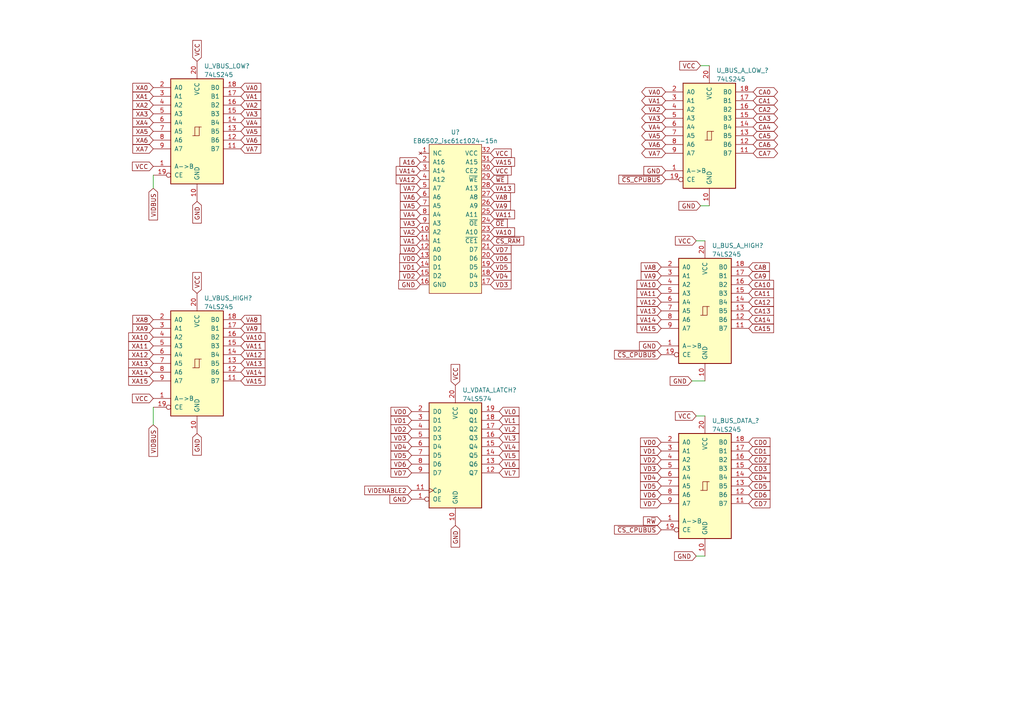
<source format=kicad_sch>
(kicad_sch
	(version 20231120)
	(generator "eeschema")
	(generator_version "8.0")
	(uuid "50c1a260-6b9f-4022-ad12-a8bfe8414a9e")
	(paper "A4")
	(lib_symbols
		(symbol "74xx:74LS245"
			(pin_names
				(offset 1.016)
			)
			(exclude_from_sim no)
			(in_bom yes)
			(on_board yes)
			(property "Reference" "U"
				(at -7.62 16.51 0)
				(effects
					(font
						(size 1.27 1.27)
					)
				)
			)
			(property "Value" "74LS245"
				(at -7.62 -16.51 0)
				(effects
					(font
						(size 1.27 1.27)
					)
				)
			)
			(property "Footprint" ""
				(at 0 0 0)
				(effects
					(font
						(size 1.27 1.27)
					)
					(hide yes)
				)
			)
			(property "Datasheet" "http://www.ti.com/lit/gpn/sn74LS245"
				(at 0 0 0)
				(effects
					(font
						(size 1.27 1.27)
					)
					(hide yes)
				)
			)
			(property "Description" "Octal BUS Transceivers, 3-State outputs"
				(at 0 0 0)
				(effects
					(font
						(size 1.27 1.27)
					)
					(hide yes)
				)
			)
			(property "ki_locked" ""
				(at 0 0 0)
				(effects
					(font
						(size 1.27 1.27)
					)
				)
			)
			(property "ki_keywords" "TTL BUS 3State"
				(at 0 0 0)
				(effects
					(font
						(size 1.27 1.27)
					)
					(hide yes)
				)
			)
			(property "ki_fp_filters" "DIP?20*"
				(at 0 0 0)
				(effects
					(font
						(size 1.27 1.27)
					)
					(hide yes)
				)
			)
			(symbol "74LS245_1_0"
				(polyline
					(pts
						(xy -0.635 -1.27) (xy -0.635 1.27) (xy 0.635 1.27)
					)
					(stroke
						(width 0)
						(type default)
					)
					(fill
						(type none)
					)
				)
				(polyline
					(pts
						(xy -1.27 -1.27) (xy 0.635 -1.27) (xy 0.635 1.27) (xy 1.27 1.27)
					)
					(stroke
						(width 0)
						(type default)
					)
					(fill
						(type none)
					)
				)
				(pin input line
					(at -12.7 -10.16 0)
					(length 5.08)
					(name "A->B"
						(effects
							(font
								(size 1.27 1.27)
							)
						)
					)
					(number "1"
						(effects
							(font
								(size 1.27 1.27)
							)
						)
					)
				)
				(pin power_in line
					(at 0 -20.32 90)
					(length 5.08)
					(name "GND"
						(effects
							(font
								(size 1.27 1.27)
							)
						)
					)
					(number "10"
						(effects
							(font
								(size 1.27 1.27)
							)
						)
					)
				)
				(pin tri_state line
					(at 12.7 -5.08 180)
					(length 5.08)
					(name "B7"
						(effects
							(font
								(size 1.27 1.27)
							)
						)
					)
					(number "11"
						(effects
							(font
								(size 1.27 1.27)
							)
						)
					)
				)
				(pin tri_state line
					(at 12.7 -2.54 180)
					(length 5.08)
					(name "B6"
						(effects
							(font
								(size 1.27 1.27)
							)
						)
					)
					(number "12"
						(effects
							(font
								(size 1.27 1.27)
							)
						)
					)
				)
				(pin tri_state line
					(at 12.7 0 180)
					(length 5.08)
					(name "B5"
						(effects
							(font
								(size 1.27 1.27)
							)
						)
					)
					(number "13"
						(effects
							(font
								(size 1.27 1.27)
							)
						)
					)
				)
				(pin tri_state line
					(at 12.7 2.54 180)
					(length 5.08)
					(name "B4"
						(effects
							(font
								(size 1.27 1.27)
							)
						)
					)
					(number "14"
						(effects
							(font
								(size 1.27 1.27)
							)
						)
					)
				)
				(pin tri_state line
					(at 12.7 5.08 180)
					(length 5.08)
					(name "B3"
						(effects
							(font
								(size 1.27 1.27)
							)
						)
					)
					(number "15"
						(effects
							(font
								(size 1.27 1.27)
							)
						)
					)
				)
				(pin tri_state line
					(at 12.7 7.62 180)
					(length 5.08)
					(name "B2"
						(effects
							(font
								(size 1.27 1.27)
							)
						)
					)
					(number "16"
						(effects
							(font
								(size 1.27 1.27)
							)
						)
					)
				)
				(pin tri_state line
					(at 12.7 10.16 180)
					(length 5.08)
					(name "B1"
						(effects
							(font
								(size 1.27 1.27)
							)
						)
					)
					(number "17"
						(effects
							(font
								(size 1.27 1.27)
							)
						)
					)
				)
				(pin tri_state line
					(at 12.7 12.7 180)
					(length 5.08)
					(name "B0"
						(effects
							(font
								(size 1.27 1.27)
							)
						)
					)
					(number "18"
						(effects
							(font
								(size 1.27 1.27)
							)
						)
					)
				)
				(pin input inverted
					(at -12.7 -12.7 0)
					(length 5.08)
					(name "CE"
						(effects
							(font
								(size 1.27 1.27)
							)
						)
					)
					(number "19"
						(effects
							(font
								(size 1.27 1.27)
							)
						)
					)
				)
				(pin tri_state line
					(at -12.7 12.7 0)
					(length 5.08)
					(name "A0"
						(effects
							(font
								(size 1.27 1.27)
							)
						)
					)
					(number "2"
						(effects
							(font
								(size 1.27 1.27)
							)
						)
					)
				)
				(pin power_in line
					(at 0 20.32 270)
					(length 5.08)
					(name "VCC"
						(effects
							(font
								(size 1.27 1.27)
							)
						)
					)
					(number "20"
						(effects
							(font
								(size 1.27 1.27)
							)
						)
					)
				)
				(pin tri_state line
					(at -12.7 10.16 0)
					(length 5.08)
					(name "A1"
						(effects
							(font
								(size 1.27 1.27)
							)
						)
					)
					(number "3"
						(effects
							(font
								(size 1.27 1.27)
							)
						)
					)
				)
				(pin tri_state line
					(at -12.7 7.62 0)
					(length 5.08)
					(name "A2"
						(effects
							(font
								(size 1.27 1.27)
							)
						)
					)
					(number "4"
						(effects
							(font
								(size 1.27 1.27)
							)
						)
					)
				)
				(pin tri_state line
					(at -12.7 5.08 0)
					(length 5.08)
					(name "A3"
						(effects
							(font
								(size 1.27 1.27)
							)
						)
					)
					(number "5"
						(effects
							(font
								(size 1.27 1.27)
							)
						)
					)
				)
				(pin tri_state line
					(at -12.7 2.54 0)
					(length 5.08)
					(name "A4"
						(effects
							(font
								(size 1.27 1.27)
							)
						)
					)
					(number "6"
						(effects
							(font
								(size 1.27 1.27)
							)
						)
					)
				)
				(pin tri_state line
					(at -12.7 0 0)
					(length 5.08)
					(name "A5"
						(effects
							(font
								(size 1.27 1.27)
							)
						)
					)
					(number "7"
						(effects
							(font
								(size 1.27 1.27)
							)
						)
					)
				)
				(pin tri_state line
					(at -12.7 -2.54 0)
					(length 5.08)
					(name "A6"
						(effects
							(font
								(size 1.27 1.27)
							)
						)
					)
					(number "8"
						(effects
							(font
								(size 1.27 1.27)
							)
						)
					)
				)
				(pin tri_state line
					(at -12.7 -5.08 0)
					(length 5.08)
					(name "A7"
						(effects
							(font
								(size 1.27 1.27)
							)
						)
					)
					(number "9"
						(effects
							(font
								(size 1.27 1.27)
							)
						)
					)
				)
			)
			(symbol "74LS245_1_1"
				(rectangle
					(start -7.62 15.24)
					(end 7.62 -15.24)
					(stroke
						(width 0.254)
						(type default)
					)
					(fill
						(type background)
					)
				)
			)
		)
		(symbol "74xx:74LS574"
			(pin_names
				(offset 1.016)
			)
			(exclude_from_sim no)
			(in_bom yes)
			(on_board yes)
			(property "Reference" "U"
				(at -7.62 16.51 0)
				(effects
					(font
						(size 1.27 1.27)
					)
				)
			)
			(property "Value" "74LS574"
				(at -7.62 -16.51 0)
				(effects
					(font
						(size 1.27 1.27)
					)
				)
			)
			(property "Footprint" ""
				(at 0 0 0)
				(effects
					(font
						(size 1.27 1.27)
					)
					(hide yes)
				)
			)
			(property "Datasheet" "http://www.ti.com/lit/gpn/sn74LS574"
				(at 0 0 0)
				(effects
					(font
						(size 1.27 1.27)
					)
					(hide yes)
				)
			)
			(property "Description" "8-bit Register, 3-state outputs"
				(at 0 0 0)
				(effects
					(font
						(size 1.27 1.27)
					)
					(hide yes)
				)
			)
			(property "ki_locked" ""
				(at 0 0 0)
				(effects
					(font
						(size 1.27 1.27)
					)
				)
			)
			(property "ki_keywords" "TTL REG DFF DFF8 3State"
				(at 0 0 0)
				(effects
					(font
						(size 1.27 1.27)
					)
					(hide yes)
				)
			)
			(property "ki_fp_filters" "DIP?20*"
				(at 0 0 0)
				(effects
					(font
						(size 1.27 1.27)
					)
					(hide yes)
				)
			)
			(symbol "74LS574_1_0"
				(pin input inverted
					(at -12.7 -12.7 0)
					(length 5.08)
					(name "OE"
						(effects
							(font
								(size 1.27 1.27)
							)
						)
					)
					(number "1"
						(effects
							(font
								(size 1.27 1.27)
							)
						)
					)
				)
				(pin power_in line
					(at 0 -20.32 90)
					(length 5.08)
					(name "GND"
						(effects
							(font
								(size 1.27 1.27)
							)
						)
					)
					(number "10"
						(effects
							(font
								(size 1.27 1.27)
							)
						)
					)
				)
				(pin input clock
					(at -12.7 -10.16 0)
					(length 5.08)
					(name "Cp"
						(effects
							(font
								(size 1.27 1.27)
							)
						)
					)
					(number "11"
						(effects
							(font
								(size 1.27 1.27)
							)
						)
					)
				)
				(pin tri_state line
					(at 12.7 -5.08 180)
					(length 5.08)
					(name "Q7"
						(effects
							(font
								(size 1.27 1.27)
							)
						)
					)
					(number "12"
						(effects
							(font
								(size 1.27 1.27)
							)
						)
					)
				)
				(pin tri_state line
					(at 12.7 -2.54 180)
					(length 5.08)
					(name "Q6"
						(effects
							(font
								(size 1.27 1.27)
							)
						)
					)
					(number "13"
						(effects
							(font
								(size 1.27 1.27)
							)
						)
					)
				)
				(pin tri_state line
					(at 12.7 0 180)
					(length 5.08)
					(name "Q5"
						(effects
							(font
								(size 1.27 1.27)
							)
						)
					)
					(number "14"
						(effects
							(font
								(size 1.27 1.27)
							)
						)
					)
				)
				(pin tri_state line
					(at 12.7 2.54 180)
					(length 5.08)
					(name "Q4"
						(effects
							(font
								(size 1.27 1.27)
							)
						)
					)
					(number "15"
						(effects
							(font
								(size 1.27 1.27)
							)
						)
					)
				)
				(pin tri_state line
					(at 12.7 5.08 180)
					(length 5.08)
					(name "Q3"
						(effects
							(font
								(size 1.27 1.27)
							)
						)
					)
					(number "16"
						(effects
							(font
								(size 1.27 1.27)
							)
						)
					)
				)
				(pin tri_state line
					(at 12.7 7.62 180)
					(length 5.08)
					(name "Q2"
						(effects
							(font
								(size 1.27 1.27)
							)
						)
					)
					(number "17"
						(effects
							(font
								(size 1.27 1.27)
							)
						)
					)
				)
				(pin tri_state line
					(at 12.7 10.16 180)
					(length 5.08)
					(name "Q1"
						(effects
							(font
								(size 1.27 1.27)
							)
						)
					)
					(number "18"
						(effects
							(font
								(size 1.27 1.27)
							)
						)
					)
				)
				(pin tri_state line
					(at 12.7 12.7 180)
					(length 5.08)
					(name "Q0"
						(effects
							(font
								(size 1.27 1.27)
							)
						)
					)
					(number "19"
						(effects
							(font
								(size 1.27 1.27)
							)
						)
					)
				)
				(pin input line
					(at -12.7 12.7 0)
					(length 5.08)
					(name "D0"
						(effects
							(font
								(size 1.27 1.27)
							)
						)
					)
					(number "2"
						(effects
							(font
								(size 1.27 1.27)
							)
						)
					)
				)
				(pin power_in line
					(at 0 20.32 270)
					(length 5.08)
					(name "VCC"
						(effects
							(font
								(size 1.27 1.27)
							)
						)
					)
					(number "20"
						(effects
							(font
								(size 1.27 1.27)
							)
						)
					)
				)
				(pin input line
					(at -12.7 10.16 0)
					(length 5.08)
					(name "D1"
						(effects
							(font
								(size 1.27 1.27)
							)
						)
					)
					(number "3"
						(effects
							(font
								(size 1.27 1.27)
							)
						)
					)
				)
				(pin input line
					(at -12.7 7.62 0)
					(length 5.08)
					(name "D2"
						(effects
							(font
								(size 1.27 1.27)
							)
						)
					)
					(number "4"
						(effects
							(font
								(size 1.27 1.27)
							)
						)
					)
				)
				(pin input line
					(at -12.7 5.08 0)
					(length 5.08)
					(name "D3"
						(effects
							(font
								(size 1.27 1.27)
							)
						)
					)
					(number "5"
						(effects
							(font
								(size 1.27 1.27)
							)
						)
					)
				)
				(pin input line
					(at -12.7 2.54 0)
					(length 5.08)
					(name "D4"
						(effects
							(font
								(size 1.27 1.27)
							)
						)
					)
					(number "6"
						(effects
							(font
								(size 1.27 1.27)
							)
						)
					)
				)
				(pin input line
					(at -12.7 0 0)
					(length 5.08)
					(name "D5"
						(effects
							(font
								(size 1.27 1.27)
							)
						)
					)
					(number "7"
						(effects
							(font
								(size 1.27 1.27)
							)
						)
					)
				)
				(pin input line
					(at -12.7 -2.54 0)
					(length 5.08)
					(name "D6"
						(effects
							(font
								(size 1.27 1.27)
							)
						)
					)
					(number "8"
						(effects
							(font
								(size 1.27 1.27)
							)
						)
					)
				)
				(pin input line
					(at -12.7 -5.08 0)
					(length 5.08)
					(name "D7"
						(effects
							(font
								(size 1.27 1.27)
							)
						)
					)
					(number "9"
						(effects
							(font
								(size 1.27 1.27)
							)
						)
					)
				)
			)
			(symbol "74LS574_1_1"
				(rectangle
					(start -7.62 15.24)
					(end 7.62 -15.24)
					(stroke
						(width 0.254)
						(type default)
					)
					(fill
						(type background)
					)
				)
			)
		)
		(symbol "EB6502-cache:EB6502_isc61c1024-15n"
			(pin_names
				(offset 1.016)
			)
			(exclude_from_sim no)
			(in_bom yes)
			(on_board yes)
			(property "Reference" "U"
				(at 0 21.59 0)
				(effects
					(font
						(size 1.27 1.27)
					)
				)
			)
			(property "Value" "EB6502_isc61c1024-15n"
				(at 0 24.13 0)
				(effects
					(font
						(size 1.27 1.27)
					)
				)
			)
			(property "Footprint" ""
				(at -11.43 22.86 0)
				(effects
					(font
						(size 1.27 1.27)
					)
					(hide yes)
				)
			)
			(property "Datasheet" ""
				(at -11.43 22.86 0)
				(effects
					(font
						(size 1.27 1.27)
					)
					(hide yes)
				)
			)
			(property "Description" ""
				(at 0 0 0)
				(effects
					(font
						(size 1.27 1.27)
					)
					(hide yes)
				)
			)
			(symbol "EB6502_isc61c1024-15n_0_1"
				(rectangle
					(start -7.62 20.32)
					(end 7.62 -22.86)
					(stroke
						(width 0)
						(type default)
					)
					(fill
						(type background)
					)
				)
			)
			(symbol "EB6502_isc61c1024-15n_1_1"
				(pin no_connect line
					(at -10.16 17.78 0)
					(length 2.54)
					(name "NC"
						(effects
							(font
								(size 1.27 1.27)
							)
						)
					)
					(number "1"
						(effects
							(font
								(size 1.27 1.27)
							)
						)
					)
				)
				(pin input line
					(at -10.16 -5.08 0)
					(length 2.54)
					(name "A2"
						(effects
							(font
								(size 1.27 1.27)
							)
						)
					)
					(number "10"
						(effects
							(font
								(size 1.27 1.27)
							)
						)
					)
				)
				(pin input line
					(at -10.16 -7.62 0)
					(length 2.54)
					(name "A1"
						(effects
							(font
								(size 1.27 1.27)
							)
						)
					)
					(number "11"
						(effects
							(font
								(size 1.27 1.27)
							)
						)
					)
				)
				(pin input line
					(at -10.16 -10.16 0)
					(length 2.54)
					(name "A0"
						(effects
							(font
								(size 1.27 1.27)
							)
						)
					)
					(number "12"
						(effects
							(font
								(size 1.27 1.27)
							)
						)
					)
				)
				(pin bidirectional line
					(at -10.16 -12.7 0)
					(length 2.54)
					(name "D0"
						(effects
							(font
								(size 1.27 1.27)
							)
						)
					)
					(number "13"
						(effects
							(font
								(size 1.27 1.27)
							)
						)
					)
				)
				(pin bidirectional line
					(at -10.16 -15.24 0)
					(length 2.54)
					(name "D1"
						(effects
							(font
								(size 1.27 1.27)
							)
						)
					)
					(number "14"
						(effects
							(font
								(size 1.27 1.27)
							)
						)
					)
				)
				(pin bidirectional line
					(at -10.16 -17.78 0)
					(length 2.54)
					(name "D2"
						(effects
							(font
								(size 1.27 1.27)
							)
						)
					)
					(number "15"
						(effects
							(font
								(size 1.27 1.27)
							)
						)
					)
				)
				(pin power_in line
					(at -10.16 -20.32 0)
					(length 2.54)
					(name "GND"
						(effects
							(font
								(size 1.27 1.27)
							)
						)
					)
					(number "16"
						(effects
							(font
								(size 1.27 1.27)
							)
						)
					)
				)
				(pin bidirectional line
					(at 10.16 -20.32 180)
					(length 2.54)
					(name "D3"
						(effects
							(font
								(size 1.27 1.27)
							)
						)
					)
					(number "17"
						(effects
							(font
								(size 1.27 1.27)
							)
						)
					)
				)
				(pin bidirectional line
					(at 10.16 -17.78 180)
					(length 2.54)
					(name "D4"
						(effects
							(font
								(size 1.27 1.27)
							)
						)
					)
					(number "18"
						(effects
							(font
								(size 1.27 1.27)
							)
						)
					)
				)
				(pin bidirectional line
					(at 10.16 -15.24 180)
					(length 2.54)
					(name "D5"
						(effects
							(font
								(size 1.27 1.27)
							)
						)
					)
					(number "19"
						(effects
							(font
								(size 1.27 1.27)
							)
						)
					)
				)
				(pin input line
					(at -10.16 15.24 0)
					(length 2.54)
					(name "A16"
						(effects
							(font
								(size 1.27 1.27)
							)
						)
					)
					(number "2"
						(effects
							(font
								(size 1.27 1.27)
							)
						)
					)
				)
				(pin bidirectional line
					(at 10.16 -12.7 180)
					(length 2.54)
					(name "D6"
						(effects
							(font
								(size 1.27 1.27)
							)
						)
					)
					(number "20"
						(effects
							(font
								(size 1.27 1.27)
							)
						)
					)
				)
				(pin bidirectional line
					(at 10.16 -10.16 180)
					(length 2.54)
					(name "D7"
						(effects
							(font
								(size 1.27 1.27)
							)
						)
					)
					(number "21"
						(effects
							(font
								(size 1.27 1.27)
							)
						)
					)
				)
				(pin input line
					(at 10.16 -7.62 180)
					(length 2.54)
					(name "~{CE1}"
						(effects
							(font
								(size 1.27 1.27)
							)
						)
					)
					(number "22"
						(effects
							(font
								(size 1.27 1.27)
							)
						)
					)
				)
				(pin input line
					(at 10.16 -5.08 180)
					(length 2.54)
					(name "A10"
						(effects
							(font
								(size 1.27 1.27)
							)
						)
					)
					(number "23"
						(effects
							(font
								(size 1.27 1.27)
							)
						)
					)
				)
				(pin input line
					(at 10.16 -2.54 180)
					(length 2.54)
					(name "~{OE}"
						(effects
							(font
								(size 1.27 1.27)
							)
						)
					)
					(number "24"
						(effects
							(font
								(size 1.27 1.27)
							)
						)
					)
				)
				(pin input line
					(at 10.16 0 180)
					(length 2.54)
					(name "A11"
						(effects
							(font
								(size 1.27 1.27)
							)
						)
					)
					(number "25"
						(effects
							(font
								(size 1.27 1.27)
							)
						)
					)
				)
				(pin input line
					(at 10.16 2.54 180)
					(length 2.54)
					(name "A9"
						(effects
							(font
								(size 1.27 1.27)
							)
						)
					)
					(number "26"
						(effects
							(font
								(size 1.27 1.27)
							)
						)
					)
				)
				(pin input line
					(at 10.16 5.08 180)
					(length 2.54)
					(name "A8"
						(effects
							(font
								(size 1.27 1.27)
							)
						)
					)
					(number "27"
						(effects
							(font
								(size 1.27 1.27)
							)
						)
					)
				)
				(pin input line
					(at 10.16 7.62 180)
					(length 2.54)
					(name "A13"
						(effects
							(font
								(size 1.27 1.27)
							)
						)
					)
					(number "28"
						(effects
							(font
								(size 1.27 1.27)
							)
						)
					)
				)
				(pin input line
					(at 10.16 10.16 180)
					(length 2.54)
					(name "~{WE}"
						(effects
							(font
								(size 1.27 1.27)
							)
						)
					)
					(number "29"
						(effects
							(font
								(size 1.27 1.27)
							)
						)
					)
				)
				(pin input line
					(at -10.16 12.7 0)
					(length 2.54)
					(name "A14"
						(effects
							(font
								(size 1.27 1.27)
							)
						)
					)
					(number "3"
						(effects
							(font
								(size 1.27 1.27)
							)
						)
					)
				)
				(pin input line
					(at 10.16 12.7 180)
					(length 2.54)
					(name "CE2"
						(effects
							(font
								(size 1.27 1.27)
							)
						)
					)
					(number "30"
						(effects
							(font
								(size 1.27 1.27)
							)
						)
					)
				)
				(pin input line
					(at 10.16 15.24 180)
					(length 2.54)
					(name "A15"
						(effects
							(font
								(size 1.27 1.27)
							)
						)
					)
					(number "31"
						(effects
							(font
								(size 1.27 1.27)
							)
						)
					)
				)
				(pin power_in line
					(at 10.16 17.78 180)
					(length 2.54)
					(name "VCC"
						(effects
							(font
								(size 1.27 1.27)
							)
						)
					)
					(number "32"
						(effects
							(font
								(size 1.27 1.27)
							)
						)
					)
				)
				(pin input line
					(at -10.16 10.16 0)
					(length 2.54)
					(name "A12"
						(effects
							(font
								(size 1.27 1.27)
							)
						)
					)
					(number "4"
						(effects
							(font
								(size 1.27 1.27)
							)
						)
					)
				)
				(pin input line
					(at -10.16 7.62 0)
					(length 2.54)
					(name "A7"
						(effects
							(font
								(size 1.27 1.27)
							)
						)
					)
					(number "5"
						(effects
							(font
								(size 1.27 1.27)
							)
						)
					)
				)
				(pin input line
					(at -10.16 5.08 0)
					(length 2.54)
					(name "A6"
						(effects
							(font
								(size 1.27 1.27)
							)
						)
					)
					(number "6"
						(effects
							(font
								(size 1.27 1.27)
							)
						)
					)
				)
				(pin input line
					(at -10.16 2.54 0)
					(length 2.54)
					(name "A5"
						(effects
							(font
								(size 1.27 1.27)
							)
						)
					)
					(number "7"
						(effects
							(font
								(size 1.27 1.27)
							)
						)
					)
				)
				(pin input line
					(at -10.16 0 0)
					(length 2.54)
					(name "A4"
						(effects
							(font
								(size 1.27 1.27)
							)
						)
					)
					(number "8"
						(effects
							(font
								(size 1.27 1.27)
							)
						)
					)
				)
				(pin input line
					(at -10.16 -2.54 0)
					(length 2.54)
					(name "A3"
						(effects
							(font
								(size 1.27 1.27)
							)
						)
					)
					(number "9"
						(effects
							(font
								(size 1.27 1.27)
							)
						)
					)
				)
			)
		)
	)
	(wire
		(pts
			(xy 203.2 59.69) (xy 205.74 59.69)
		)
		(stroke
			(width 0)
			(type default)
		)
		(uuid "0070ef87-9404-4191-ad78-a9f7915d9968")
	)
	(wire
		(pts
			(xy 201.93 120.65) (xy 204.47 120.65)
		)
		(stroke
			(width 0)
			(type default)
		)
		(uuid "174d1844-7bd5-40b0-9a98-3f7a8502bbb2")
	)
	(wire
		(pts
			(xy 200.66 110.49) (xy 204.47 110.49)
		)
		(stroke
			(width 0)
			(type default)
		)
		(uuid "1b51d4c4-3788-4d72-b2d2-3198f10a50e2")
	)
	(wire
		(pts
			(xy 44.45 54.61) (xy 44.45 50.8)
		)
		(stroke
			(width 0)
			(type default)
		)
		(uuid "29b3494c-7443-4b5e-b87a-ce239fc34b07")
	)
	(wire
		(pts
			(xy 201.93 161.29) (xy 204.47 161.29)
		)
		(stroke
			(width 0)
			(type default)
		)
		(uuid "4011b439-90bd-4d93-a85d-b39872cf3f88")
	)
	(wire
		(pts
			(xy 201.93 69.85) (xy 204.47 69.85)
		)
		(stroke
			(width 0)
			(type default)
		)
		(uuid "95dc50eb-56b8-49ce-accc-1b90347c36fe")
	)
	(wire
		(pts
			(xy 44.45 123.19) (xy 44.45 118.11)
		)
		(stroke
			(width 0)
			(type default)
		)
		(uuid "9e36cad1-7c09-4643-9b9c-b7e4f0c76d7f")
	)
	(wire
		(pts
			(xy 203.2 19.05) (xy 205.74 19.05)
		)
		(stroke
			(width 0)
			(type default)
		)
		(uuid "ca5bbcae-bca9-4c92-a3fe-4f5ce2352671")
	)
	(global_label "VA4"
		(shape input)
		(at 121.92 62.23 180)
		(fields_autoplaced yes)
		(effects
			(font
				(size 1.27 1.27)
			)
			(justify right)
		)
		(uuid "036db01d-91ba-435c-9711-2dfd1fd3372e")
		(property "Intersheetrefs" "${INTERSHEET_REFS}"
			(at 116.1202 62.1506 0)
			(effects
				(font
					(size 1.27 1.27)
				)
				(justify right)
				(hide yes)
			)
		)
	)
	(global_label "XA7"
		(shape input)
		(at 44.45 43.18 180)
		(fields_autoplaced yes)
		(effects
			(font
				(size 1.27 1.27)
			)
			(justify right)
		)
		(uuid "03c7100b-26a7-43b4-8ba5-acb2f883915b")
		(property "Intersheetrefs" "${INTERSHEET_REFS}"
			(at 38.5293 43.1006 0)
			(effects
				(font
					(size 1.27 1.27)
				)
				(justify right)
				(hide yes)
			)
		)
	)
	(global_label "VD3"
		(shape input)
		(at 142.24 82.55 0)
		(fields_autoplaced yes)
		(effects
			(font
				(size 1.27 1.27)
			)
			(justify left)
		)
		(uuid "03d0832b-a352-40f6-bda5-ac86dd178987")
		(property "Intersheetrefs" "${INTERSHEET_REFS}"
			(at 148.2212 82.4706 0)
			(effects
				(font
					(size 1.27 1.27)
				)
				(justify left)
				(hide yes)
			)
		)
	)
	(global_label "VA11"
		(shape input)
		(at 191.77 85.09 180)
		(fields_autoplaced yes)
		(effects
			(font
				(size 1.27 1.27)
			)
			(justify right)
		)
		(uuid "05393675-6c49-41f5-958a-c9f1ed3d1a91")
		(property "Intersheetrefs" "${INTERSHEET_REFS}"
			(at 184.7607 85.0106 0)
			(effects
				(font
					(size 1.27 1.27)
				)
				(justify right)
				(hide yes)
			)
		)
	)
	(global_label "CA8"
		(shape input)
		(at 217.17 77.47 0)
		(fields_autoplaced yes)
		(effects
			(font
				(size 1.27 1.27)
			)
			(justify left)
		)
		(uuid "05a326d9-bf63-4b69-bba9-e542ccb054f7")
		(property "Intersheetrefs" "${INTERSHEET_REFS}"
			(at 223.1512 77.3906 0)
			(effects
				(font
					(size 1.27 1.27)
				)
				(justify left)
				(hide yes)
			)
		)
	)
	(global_label "GND"
		(shape input)
		(at 203.2 59.69 180)
		(fields_autoplaced yes)
		(effects
			(font
				(size 1.27 1.27)
			)
			(justify right)
		)
		(uuid "05c5a48b-9ae9-4711-8ebe-4a1f9f91edec")
		(property "Intersheetrefs" "${INTERSHEET_REFS}"
			(at 246.38 101.6 0)
			(effects
				(font
					(size 1.27 1.27)
				)
				(hide yes)
			)
		)
	)
	(global_label "VA12"
		(shape input)
		(at 191.77 87.63 180)
		(fields_autoplaced yes)
		(effects
			(font
				(size 1.27 1.27)
			)
			(justify right)
		)
		(uuid "06afcd14-9829-4976-9807-b8f8e2fd0bd6")
		(property "Intersheetrefs" "${INTERSHEET_REFS}"
			(at 184.7607 87.5506 0)
			(effects
				(font
					(size 1.27 1.27)
				)
				(justify right)
				(hide yes)
			)
		)
	)
	(global_label "VL5"
		(shape input)
		(at 144.78 132.08 0)
		(fields_autoplaced yes)
		(effects
			(font
				(size 1.27 1.27)
			)
			(justify left)
		)
		(uuid "074077fa-63b6-4371-8bb8-260a1b7c7064")
		(property "Intersheetrefs" "${INTERSHEET_REFS}"
			(at 150.5193 132.0006 0)
			(effects
				(font
					(size 1.27 1.27)
				)
				(justify left)
				(hide yes)
			)
		)
	)
	(global_label "VD5"
		(shape input)
		(at 119.38 132.08 180)
		(fields_autoplaced yes)
		(effects
			(font
				(size 1.27 1.27)
			)
			(justify right)
		)
		(uuid "077b3482-943e-4111-8993-f2c8cd922141")
		(property "Intersheetrefs" "${INTERSHEET_REFS}"
			(at 113.3988 132.0006 0)
			(effects
				(font
					(size 1.27 1.27)
				)
				(justify right)
				(hide yes)
			)
		)
	)
	(global_label "GND"
		(shape input)
		(at 121.92 82.55 180)
		(fields_autoplaced yes)
		(effects
			(font
				(size 1.27 1.27)
			)
			(justify right)
		)
		(uuid "07ff3c60-071c-49ff-b43c-6021f5c09fe6")
		(property "Intersheetrefs" "${INTERSHEET_REFS}"
			(at 38.1 -58.42 0)
			(effects
				(font
					(size 1.27 1.27)
				)
				(hide yes)
			)
		)
	)
	(global_label "VA0"
		(shape input)
		(at 121.92 72.39 180)
		(fields_autoplaced yes)
		(effects
			(font
				(size 1.27 1.27)
			)
			(justify right)
		)
		(uuid "0914bdb7-b960-4333-9178-fbd8836476e6")
		(property "Intersheetrefs" "${INTERSHEET_REFS}"
			(at 116.1202 72.3106 0)
			(effects
				(font
					(size 1.27 1.27)
				)
				(justify right)
				(hide yes)
			)
		)
	)
	(global_label "VD0"
		(shape input)
		(at 119.38 119.38 180)
		(fields_autoplaced yes)
		(effects
			(font
				(size 1.27 1.27)
			)
			(justify right)
		)
		(uuid "0b74e936-0859-43e8-92e6-70d6886113e7")
		(property "Intersheetrefs" "${INTERSHEET_REFS}"
			(at 113.3988 119.3006 0)
			(effects
				(font
					(size 1.27 1.27)
				)
				(justify right)
				(hide yes)
			)
		)
	)
	(global_label "XA0"
		(shape input)
		(at 44.45 25.4 180)
		(fields_autoplaced yes)
		(effects
			(font
				(size 1.27 1.27)
			)
			(justify right)
		)
		(uuid "0cf17d9b-11f3-4ff3-a093-363193796844")
		(property "Intersheetrefs" "${INTERSHEET_REFS}"
			(at 38.5293 25.3206 0)
			(effects
				(font
					(size 1.27 1.27)
				)
				(justify right)
				(hide yes)
			)
		)
	)
	(global_label "GND"
		(shape input)
		(at 132.08 152.4 270)
		(fields_autoplaced yes)
		(effects
			(font
				(size 1.27 1.27)
			)
			(justify right)
		)
		(uuid "0fc344d6-ec11-4bd5-b0ea-beb23cd4cb50")
		(property "Intersheetrefs" "${INTERSHEET_REFS}"
			(at 132.0006 158.6836 90)
			(effects
				(font
					(size 1.27 1.27)
				)
				(justify right)
				(hide yes)
			)
		)
	)
	(global_label "R~{W}"
		(shape input)
		(at 191.77 151.13 180)
		(fields_autoplaced yes)
		(effects
			(font
				(size 1.27 1.27)
			)
			(justify right)
		)
		(uuid "165502a9-5023-44d7-91e3-219ba176f60f")
		(property "Intersheetrefs" "${INTERSHEET_REFS}"
			(at 41.91 33.02 0)
			(effects
				(font
					(size 1.27 1.27)
				)
				(hide yes)
			)
		)
	)
	(global_label "VCC"
		(shape input)
		(at 142.24 49.53 0)
		(fields_autoplaced yes)
		(effects
			(font
				(size 1.27 1.27)
			)
			(justify left)
		)
		(uuid "185f6cdf-6473-4357-8d6f-d1909c0c772d")
		(property "Intersheetrefs" "${INTERSHEET_REFS}"
			(at 38.1 -58.42 0)
			(effects
				(font
					(size 1.27 1.27)
				)
				(hide yes)
			)
		)
	)
	(global_label "VCC"
		(shape input)
		(at 57.15 17.78 90)
		(fields_autoplaced yes)
		(effects
			(font
				(size 1.27 1.27)
			)
			(justify left)
		)
		(uuid "1987226b-4efb-41e0-940e-d08cd154861f")
		(property "Intersheetrefs" "${INTERSHEET_REFS}"
			(at 57.0706 11.7383 90)
			(effects
				(font
					(size 1.27 1.27)
				)
				(justify left)
				(hide yes)
			)
		)
	)
	(global_label "VCC"
		(shape input)
		(at 142.24 44.45 0)
		(fields_autoplaced yes)
		(effects
			(font
				(size 1.27 1.27)
			)
			(justify left)
		)
		(uuid "1987bd7c-172b-4686-8887-76402fc74010")
		(property "Intersheetrefs" "${INTERSHEET_REFS}"
			(at 38.1 -58.42 0)
			(effects
				(font
					(size 1.27 1.27)
				)
				(hide yes)
			)
		)
	)
	(global_label "VA3"
		(shape tri_state)
		(at 193.04 34.29 180)
		(fields_autoplaced yes)
		(effects
			(font
				(size 1.27 1.27)
			)
			(justify right)
		)
		(uuid "1ddee6a2-1c5c-4ee6-8466-45033a5e2796")
		(property "Intersheetrefs" "${INTERSHEET_REFS}"
			(at 187.2402 34.2106 0)
			(effects
				(font
					(size 1.27 1.27)
				)
				(justify right)
				(hide yes)
			)
		)
	)
	(global_label "VA7"
		(shape input)
		(at 69.85 43.18 0)
		(fields_autoplaced yes)
		(effects
			(font
				(size 1.27 1.27)
			)
			(justify left)
		)
		(uuid "1e47df3c-05d7-45ef-ae10-fac3895694af")
		(property "Intersheetrefs" "${INTERSHEET_REFS}"
			(at 75.6498 43.1006 0)
			(effects
				(font
					(size 1.27 1.27)
				)
				(justify left)
				(hide yes)
			)
		)
	)
	(global_label "VA14"
		(shape input)
		(at 121.92 49.53 180)
		(fields_autoplaced yes)
		(effects
			(font
				(size 1.27 1.27)
			)
			(justify right)
		)
		(uuid "1f1b6c99-a2fb-4031-a185-129372e40163")
		(property "Intersheetrefs" "${INTERSHEET_REFS}"
			(at 114.9107 49.4506 0)
			(effects
				(font
					(size 1.27 1.27)
				)
				(justify right)
				(hide yes)
			)
		)
	)
	(global_label "CD5"
		(shape input)
		(at 217.17 140.97 0)
		(fields_autoplaced yes)
		(effects
			(font
				(size 1.27 1.27)
			)
			(justify left)
		)
		(uuid "1f5bb57a-4f4a-42bf-80be-d496ccf278a3")
		(property "Intersheetrefs" "${INTERSHEET_REFS}"
			(at 223.3326 141.0494 0)
			(effects
				(font
					(size 1.27 1.27)
				)
				(justify left)
				(hide yes)
			)
		)
	)
	(global_label "VD4"
		(shape input)
		(at 191.77 138.43 180)
		(fields_autoplaced yes)
		(effects
			(font
				(size 1.27 1.27)
			)
			(justify right)
		)
		(uuid "1fa1e388-277c-4433-b5b2-b80f35e7cd7f")
		(property "Intersheetrefs" "${INTERSHEET_REFS}"
			(at 185.7888 138.3506 0)
			(effects
				(font
					(size 1.27 1.27)
				)
				(justify right)
				(hide yes)
			)
		)
	)
	(global_label "CA0"
		(shape tri_state)
		(at 218.44 26.67 0)
		(fields_autoplaced yes)
		(effects
			(font
				(size 1.27 1.27)
			)
			(justify left)
		)
		(uuid "24eaa35f-9e91-4847-aa7b-62227699c2fd")
		(property "Intersheetrefs" "${INTERSHEET_REFS}"
			(at 224.4212 26.5906 0)
			(effects
				(font
					(size 1.27 1.27)
				)
				(justify left)
				(hide yes)
			)
		)
	)
	(global_label "VL2"
		(shape input)
		(at 144.78 124.46 0)
		(fields_autoplaced yes)
		(effects
			(font
				(size 1.27 1.27)
			)
			(justify left)
		)
		(uuid "2648736a-da02-4e10-ac36-ea3e9d88969b")
		(property "Intersheetrefs" "${INTERSHEET_REFS}"
			(at 150.5193 124.3806 0)
			(effects
				(font
					(size 1.27 1.27)
				)
				(justify left)
				(hide yes)
			)
		)
	)
	(global_label "VD1"
		(shape input)
		(at 191.77 130.81 180)
		(fields_autoplaced yes)
		(effects
			(font
				(size 1.27 1.27)
			)
			(justify right)
		)
		(uuid "271df4e5-6d1a-4708-93b1-692c8538a2b3")
		(property "Intersheetrefs" "${INTERSHEET_REFS}"
			(at 185.7888 130.7306 0)
			(effects
				(font
					(size 1.27 1.27)
				)
				(justify right)
				(hide yes)
			)
		)
	)
	(global_label "XA11"
		(shape input)
		(at 44.45 100.33 180)
		(fields_autoplaced yes)
		(effects
			(font
				(size 1.27 1.27)
			)
			(justify right)
		)
		(uuid "2c113db6-358b-4814-9a99-d783abde2cf0")
		(property "Intersheetrefs" "${INTERSHEET_REFS}"
			(at 37.3198 100.2506 0)
			(effects
				(font
					(size 1.27 1.27)
				)
				(justify right)
				(hide yes)
			)
		)
	)
	(global_label "CD7"
		(shape input)
		(at 217.17 146.05 0)
		(fields_autoplaced yes)
		(effects
			(font
				(size 1.27 1.27)
			)
			(justify left)
		)
		(uuid "2d992211-b2e3-43bf-8f4c-a377e41a2dad")
		(property "Intersheetrefs" "${INTERSHEET_REFS}"
			(at 223.3326 146.1294 0)
			(effects
				(font
					(size 1.27 1.27)
				)
				(justify left)
				(hide yes)
			)
		)
	)
	(global_label "VD5"
		(shape input)
		(at 191.77 140.97 180)
		(fields_autoplaced yes)
		(effects
			(font
				(size 1.27 1.27)
			)
			(justify right)
		)
		(uuid "2dbc455d-0073-44ed-bf88-c98598644529")
		(property "Intersheetrefs" "${INTERSHEET_REFS}"
			(at 185.7888 140.8906 0)
			(effects
				(font
					(size 1.27 1.27)
				)
				(justify right)
				(hide yes)
			)
		)
	)
	(global_label "CA4"
		(shape tri_state)
		(at 218.44 36.83 0)
		(fields_autoplaced yes)
		(effects
			(font
				(size 1.27 1.27)
			)
			(justify left)
		)
		(uuid "2eadb1d5-1daa-40fb-b0c5-f326ab57fa31")
		(property "Intersheetrefs" "${INTERSHEET_REFS}"
			(at 224.4212 36.7506 0)
			(effects
				(font
					(size 1.27 1.27)
				)
				(justify left)
				(hide yes)
			)
		)
	)
	(global_label "VA7"
		(shape tri_state)
		(at 193.04 44.45 180)
		(fields_autoplaced yes)
		(effects
			(font
				(size 1.27 1.27)
			)
			(justify right)
		)
		(uuid "2fcb100c-1711-47b2-8f37-ef9feb49aeb1")
		(property "Intersheetrefs" "${INTERSHEET_REFS}"
			(at 187.2402 44.3706 0)
			(effects
				(font
					(size 1.27 1.27)
				)
				(justify right)
				(hide yes)
			)
		)
	)
	(global_label "VD5"
		(shape input)
		(at 142.24 77.47 0)
		(fields_autoplaced yes)
		(effects
			(font
				(size 1.27 1.27)
			)
			(justify left)
		)
		(uuid "30516bdc-eaf6-442f-b2b0-f03423ef2d47")
		(property "Intersheetrefs" "${INTERSHEET_REFS}"
			(at 148.2212 77.3906 0)
			(effects
				(font
					(size 1.27 1.27)
				)
				(justify left)
				(hide yes)
			)
		)
	)
	(global_label "VL1"
		(shape input)
		(at 144.78 121.92 0)
		(fields_autoplaced yes)
		(effects
			(font
				(size 1.27 1.27)
			)
			(justify left)
		)
		(uuid "30d45eed-7419-40d4-86e2-d232fa385f88")
		(property "Intersheetrefs" "${INTERSHEET_REFS}"
			(at 150.5193 121.8406 0)
			(effects
				(font
					(size 1.27 1.27)
				)
				(justify left)
				(hide yes)
			)
		)
	)
	(global_label "VD6"
		(shape input)
		(at 119.38 134.62 180)
		(fields_autoplaced yes)
		(effects
			(font
				(size 1.27 1.27)
			)
			(justify right)
		)
		(uuid "32e5f3b5-ea2b-43ab-b421-868d8989ff36")
		(property "Intersheetrefs" "${INTERSHEET_REFS}"
			(at 113.3988 134.5406 0)
			(effects
				(font
					(size 1.27 1.27)
				)
				(justify right)
				(hide yes)
			)
		)
	)
	(global_label "VD3"
		(shape input)
		(at 119.38 127 180)
		(fields_autoplaced yes)
		(effects
			(font
				(size 1.27 1.27)
			)
			(justify right)
		)
		(uuid "33bced17-9db2-4141-8691-5894bf034006")
		(property "Intersheetrefs" "${INTERSHEET_REFS}"
			(at 113.3988 126.9206 0)
			(effects
				(font
					(size 1.27 1.27)
				)
				(justify right)
				(hide yes)
			)
		)
	)
	(global_label "VD0"
		(shape input)
		(at 191.77 128.27 180)
		(fields_autoplaced yes)
		(effects
			(font
				(size 1.27 1.27)
			)
			(justify right)
		)
		(uuid "354e140b-13d0-48ce-a12e-f6d094b7c4b7")
		(property "Intersheetrefs" "${INTERSHEET_REFS}"
			(at 185.7888 128.1906 0)
			(effects
				(font
					(size 1.27 1.27)
				)
				(justify right)
				(hide yes)
			)
		)
	)
	(global_label "CA5"
		(shape tri_state)
		(at 218.44 39.37 0)
		(fields_autoplaced yes)
		(effects
			(font
				(size 1.27 1.27)
			)
			(justify left)
		)
		(uuid "36f84fa4-b650-46e8-8647-e82981678c60")
		(property "Intersheetrefs" "${INTERSHEET_REFS}"
			(at 224.4212 39.2906 0)
			(effects
				(font
					(size 1.27 1.27)
				)
				(justify left)
				(hide yes)
			)
		)
	)
	(global_label "VD2"
		(shape input)
		(at 119.38 124.46 180)
		(fields_autoplaced yes)
		(effects
			(font
				(size 1.27 1.27)
			)
			(justify right)
		)
		(uuid "3741c4f9-7c71-4a67-b175-a0080209729d")
		(property "Intersheetrefs" "${INTERSHEET_REFS}"
			(at 113.3988 124.3806 0)
			(effects
				(font
					(size 1.27 1.27)
				)
				(justify right)
				(hide yes)
			)
		)
	)
	(global_label "VD6"
		(shape input)
		(at 142.24 74.93 0)
		(fields_autoplaced yes)
		(effects
			(font
				(size 1.27 1.27)
			)
			(justify left)
		)
		(uuid "3811e024-b304-4164-a973-d30843557701")
		(property "Intersheetrefs" "${INTERSHEET_REFS}"
			(at 148.2212 74.8506 0)
			(effects
				(font
					(size 1.27 1.27)
				)
				(justify left)
				(hide yes)
			)
		)
	)
	(global_label "VA1"
		(shape input)
		(at 121.92 69.85 180)
		(fields_autoplaced yes)
		(effects
			(font
				(size 1.27 1.27)
			)
			(justify right)
		)
		(uuid "384ec13c-442c-4d2b-8770-44f653268f81")
		(property "Intersheetrefs" "${INTERSHEET_REFS}"
			(at 116.1202 69.7706 0)
			(effects
				(font
					(size 1.27 1.27)
				)
				(justify right)
				(hide yes)
			)
		)
	)
	(global_label "GND"
		(shape input)
		(at 57.15 125.73 270)
		(fields_autoplaced yes)
		(effects
			(font
				(size 1.27 1.27)
			)
			(justify right)
		)
		(uuid "38e766e3-8f0d-435f-85a7-b841375c9d0e")
		(property "Intersheetrefs" "${INTERSHEET_REFS}"
			(at 57.0706 132.0136 90)
			(effects
				(font
					(size 1.27 1.27)
				)
				(justify right)
				(hide yes)
			)
		)
	)
	(global_label "VA2"
		(shape tri_state)
		(at 193.04 31.75 180)
		(fields_autoplaced yes)
		(effects
			(font
				(size 1.27 1.27)
			)
			(justify right)
		)
		(uuid "3920da43-7107-4f77-848a-198b3d39c116")
		(property "Intersheetrefs" "${INTERSHEET_REFS}"
			(at 187.2402 31.6706 0)
			(effects
				(font
					(size 1.27 1.27)
				)
				(justify right)
				(hide yes)
			)
		)
	)
	(global_label "CA1"
		(shape tri_state)
		(at 218.44 29.21 0)
		(fields_autoplaced yes)
		(effects
			(font
				(size 1.27 1.27)
			)
			(justify left)
		)
		(uuid "39945e64-02be-40f9-892a-a11624471219")
		(property "Intersheetrefs" "${INTERSHEET_REFS}"
			(at 224.4212 29.1306 0)
			(effects
				(font
					(size 1.27 1.27)
				)
				(justify left)
				(hide yes)
			)
		)
	)
	(global_label "VIDBUS"
		(shape input)
		(at 44.45 54.61 270)
		(fields_autoplaced yes)
		(effects
			(font
				(size 1.27 1.27)
			)
			(justify right)
		)
		(uuid "3c5b8db2-6146-4e9b-acd5-534702e697bc")
		(property "Intersheetrefs" "${INTERSHEET_REFS}"
			(at 44.3706 63.7964 90)
			(effects
				(font
					(size 1.27 1.27)
				)
				(justify right)
				(hide yes)
			)
		)
	)
	(global_label "XA14"
		(shape input)
		(at 44.45 107.95 180)
		(fields_autoplaced yes)
		(effects
			(font
				(size 1.27 1.27)
			)
			(justify right)
		)
		(uuid "3c74c26e-a797-4197-a9f6-c0573dcbd6d5")
		(property "Intersheetrefs" "${INTERSHEET_REFS}"
			(at 37.3198 107.8706 0)
			(effects
				(font
					(size 1.27 1.27)
				)
				(justify right)
				(hide yes)
			)
		)
	)
	(global_label "A16"
		(shape input)
		(at 121.92 46.99 180)
		(fields_autoplaced yes)
		(effects
			(font
				(size 1.27 1.27)
			)
			(justify right)
		)
		(uuid "3fca0492-260c-4cb6-944d-0b2f5185c032")
		(property "Intersheetrefs" "${INTERSHEET_REFS}"
			(at 115.9993 46.9106 0)
			(effects
				(font
					(size 1.27 1.27)
				)
				(justify right)
				(hide yes)
			)
		)
	)
	(global_label "XA2"
		(shape input)
		(at 44.45 30.48 180)
		(fields_autoplaced yes)
		(effects
			(font
				(size 1.27 1.27)
			)
			(justify right)
		)
		(uuid "411f2a1d-b859-4905-9196-91e196eb0c49")
		(property "Intersheetrefs" "${INTERSHEET_REFS}"
			(at 38.5293 30.4006 0)
			(effects
				(font
					(size 1.27 1.27)
				)
				(justify right)
				(hide yes)
			)
		)
	)
	(global_label "VA13"
		(shape input)
		(at 142.24 54.61 0)
		(fields_autoplaced yes)
		(effects
			(font
				(size 1.27 1.27)
			)
			(justify left)
		)
		(uuid "41607b0d-3fc3-45c5-898e-294ca9b7535d")
		(property "Intersheetrefs" "${INTERSHEET_REFS}"
			(at 149.2493 54.5306 0)
			(effects
				(font
					(size 1.27 1.27)
				)
				(justify left)
				(hide yes)
			)
		)
	)
	(global_label "VD4"
		(shape input)
		(at 119.38 129.54 180)
		(fields_autoplaced yes)
		(effects
			(font
				(size 1.27 1.27)
			)
			(justify right)
		)
		(uuid "43341b09-84b5-4fcc-a225-c4d9d3502dc0")
		(property "Intersheetrefs" "${INTERSHEET_REFS}"
			(at 113.3988 129.4606 0)
			(effects
				(font
					(size 1.27 1.27)
				)
				(justify right)
				(hide yes)
			)
		)
	)
	(global_label "VA6"
		(shape input)
		(at 69.85 40.64 0)
		(fields_autoplaced yes)
		(effects
			(font
				(size 1.27 1.27)
			)
			(justify left)
		)
		(uuid "4353b748-b5d7-42fd-b3fb-a1fa8d70b968")
		(property "Intersheetrefs" "${INTERSHEET_REFS}"
			(at 75.6498 40.5606 0)
			(effects
				(font
					(size 1.27 1.27)
				)
				(justify left)
				(hide yes)
			)
		)
	)
	(global_label "XA6"
		(shape input)
		(at 44.45 40.64 180)
		(fields_autoplaced yes)
		(effects
			(font
				(size 1.27 1.27)
			)
			(justify right)
		)
		(uuid "44fcff65-1381-4423-bdb9-13d27b015d81")
		(property "Intersheetrefs" "${INTERSHEET_REFS}"
			(at 38.5293 40.5606 0)
			(effects
				(font
					(size 1.27 1.27)
				)
				(justify right)
				(hide yes)
			)
		)
	)
	(global_label "GND"
		(shape input)
		(at 119.38 144.78 180)
		(fields_autoplaced yes)
		(effects
			(font
				(size 1.27 1.27)
			)
			(justify right)
		)
		(uuid "47036cbe-5709-4055-893b-eaee2baa9f9e")
		(property "Intersheetrefs" "${INTERSHEET_REFS}"
			(at 113.0964 144.7006 0)
			(effects
				(font
					(size 1.27 1.27)
				)
				(justify right)
				(hide yes)
			)
		)
	)
	(global_label "GND"
		(shape input)
		(at 57.15 58.42 270)
		(fields_autoplaced yes)
		(effects
			(font
				(size 1.27 1.27)
			)
			(justify right)
		)
		(uuid "47c02eff-5996-44c1-8f85-805fe2dcbad9")
		(property "Intersheetrefs" "${INTERSHEET_REFS}"
			(at 57.0706 64.7036 90)
			(effects
				(font
					(size 1.27 1.27)
				)
				(justify right)
				(hide yes)
			)
		)
	)
	(global_label "VA5"
		(shape input)
		(at 69.85 38.1 0)
		(fields_autoplaced yes)
		(effects
			(font
				(size 1.27 1.27)
			)
			(justify left)
		)
		(uuid "4b09d7ec-1cf8-4e7d-9f43-07a4a733702a")
		(property "Intersheetrefs" "${INTERSHEET_REFS}"
			(at 75.6498 38.0206 0)
			(effects
				(font
					(size 1.27 1.27)
				)
				(justify left)
				(hide yes)
			)
		)
	)
	(global_label "VCC"
		(shape input)
		(at 57.15 85.09 90)
		(fields_autoplaced yes)
		(effects
			(font
				(size 1.27 1.27)
			)
			(justify left)
		)
		(uuid "4b6373d2-69a4-47cc-b39f-c59aa52a2532")
		(property "Intersheetrefs" "${INTERSHEET_REFS}"
			(at 57.0706 79.0483 90)
			(effects
				(font
					(size 1.27 1.27)
				)
				(justify left)
				(hide yes)
			)
		)
	)
	(global_label "VA8"
		(shape input)
		(at 191.77 77.47 180)
		(fields_autoplaced yes)
		(effects
			(font
				(size 1.27 1.27)
			)
			(justify right)
		)
		(uuid "4cab0569-3f2f-4980-8083-5e7280a10825")
		(property "Intersheetrefs" "${INTERSHEET_REFS}"
			(at 185.9702 77.3906 0)
			(effects
				(font
					(size 1.27 1.27)
				)
				(justify right)
				(hide yes)
			)
		)
	)
	(global_label "VA7"
		(shape input)
		(at 121.92 54.61 180)
		(fields_autoplaced yes)
		(effects
			(font
				(size 1.27 1.27)
			)
			(justify right)
		)
		(uuid "50a43791-c2dd-4387-b1a8-6239b19beffd")
		(property "Intersheetrefs" "${INTERSHEET_REFS}"
			(at 116.1202 54.5306 0)
			(effects
				(font
					(size 1.27 1.27)
				)
				(justify right)
				(hide yes)
			)
		)
	)
	(global_label "~{CS_CPUBUS}"
		(shape input)
		(at 191.77 153.67 180)
		(fields_autoplaced yes)
		(effects
			(font
				(size 1.27 1.27)
			)
			(justify right)
		)
		(uuid "51449dd6-3f56-455c-84d9-7758b8b1926c")
		(property "Intersheetrefs" "${INTERSHEET_REFS}"
			(at 178.2293 153.5906 0)
			(effects
				(font
					(size 1.27 1.27)
				)
				(justify right)
				(hide yes)
			)
		)
	)
	(global_label "VA13"
		(shape input)
		(at 69.85 105.41 0)
		(fields_autoplaced yes)
		(effects
			(font
				(size 1.27 1.27)
			)
			(justify left)
		)
		(uuid "514ccd4a-d3bd-4267-a22a-62809d3a8a31")
		(property "Intersheetrefs" "${INTERSHEET_REFS}"
			(at 76.8593 105.3306 0)
			(effects
				(font
					(size 1.27 1.27)
				)
				(justify left)
				(hide yes)
			)
		)
	)
	(global_label "VD7"
		(shape input)
		(at 142.24 72.39 0)
		(fields_autoplaced yes)
		(effects
			(font
				(size 1.27 1.27)
			)
			(justify left)
		)
		(uuid "5179c06f-44fd-4297-bba0-6aae762cc31b")
		(property "Intersheetrefs" "${INTERSHEET_REFS}"
			(at 148.2212 72.3106 0)
			(effects
				(font
					(size 1.27 1.27)
				)
				(justify left)
				(hide yes)
			)
		)
	)
	(global_label "VA5"
		(shape tri_state)
		(at 193.04 39.37 180)
		(fields_autoplaced yes)
		(effects
			(font
				(size 1.27 1.27)
			)
			(justify right)
		)
		(uuid "53a50230-beef-4518-a608-d5a902046a75")
		(property "Intersheetrefs" "${INTERSHEET_REFS}"
			(at 187.2402 39.2906 0)
			(effects
				(font
					(size 1.27 1.27)
				)
				(justify right)
				(hide yes)
			)
		)
	)
	(global_label "XA5"
		(shape input)
		(at 44.45 38.1 180)
		(fields_autoplaced yes)
		(effects
			(font
				(size 1.27 1.27)
			)
			(justify right)
		)
		(uuid "554c951d-ac7e-4b5a-bc3a-2f1c476c7cb2")
		(property "Intersheetrefs" "${INTERSHEET_REFS}"
			(at 38.5293 38.0206 0)
			(effects
				(font
					(size 1.27 1.27)
				)
				(justify right)
				(hide yes)
			)
		)
	)
	(global_label "XA1"
		(shape input)
		(at 44.45 27.94 180)
		(fields_autoplaced yes)
		(effects
			(font
				(size 1.27 1.27)
			)
			(justify right)
		)
		(uuid "55e3aecb-87d5-48ba-aa98-293e208d0b34")
		(property "Intersheetrefs" "${INTERSHEET_REFS}"
			(at 38.5293 27.8606 0)
			(effects
				(font
					(size 1.27 1.27)
				)
				(justify right)
				(hide yes)
			)
		)
	)
	(global_label "CD3"
		(shape input)
		(at 217.17 135.89 0)
		(fields_autoplaced yes)
		(effects
			(font
				(size 1.27 1.27)
			)
			(justify left)
		)
		(uuid "5615d708-07b8-40a6-9fb6-f5d5745040d8")
		(property "Intersheetrefs" "${INTERSHEET_REFS}"
			(at 223.3326 135.9694 0)
			(effects
				(font
					(size 1.27 1.27)
				)
				(justify left)
				(hide yes)
			)
		)
	)
	(global_label "VA5"
		(shape input)
		(at 121.92 59.69 180)
		(fields_autoplaced yes)
		(effects
			(font
				(size 1.27 1.27)
			)
			(justify right)
		)
		(uuid "56572810-632a-497b-8aab-a553c55ead51")
		(property "Intersheetrefs" "${INTERSHEET_REFS}"
			(at 116.1202 59.6106 0)
			(effects
				(font
					(size 1.27 1.27)
				)
				(justify right)
				(hide yes)
			)
		)
	)
	(global_label "VL7"
		(shape input)
		(at 144.78 137.16 0)
		(fields_autoplaced yes)
		(effects
			(font
				(size 1.27 1.27)
			)
			(justify left)
		)
		(uuid "568171d5-1e4b-4ce4-a1f2-9c16d5a47fba")
		(property "Intersheetrefs" "${INTERSHEET_REFS}"
			(at 150.5193 137.0806 0)
			(effects
				(font
					(size 1.27 1.27)
				)
				(justify left)
				(hide yes)
			)
		)
	)
	(global_label "VD4"
		(shape input)
		(at 142.24 80.01 0)
		(fields_autoplaced yes)
		(effects
			(font
				(size 1.27 1.27)
			)
			(justify left)
		)
		(uuid "5b5f402f-db9e-4a4b-9004-e1bc8aa43dc1")
		(property "Intersheetrefs" "${INTERSHEET_REFS}"
			(at 148.2212 79.9306 0)
			(effects
				(font
					(size 1.27 1.27)
				)
				(justify left)
				(hide yes)
			)
		)
	)
	(global_label "~{CS_CPUBUS}"
		(shape input)
		(at 193.04 52.07 180)
		(fields_autoplaced yes)
		(effects
			(font
				(size 1.27 1.27)
			)
			(justify right)
		)
		(uuid "5bb380e5-d893-4b17-bdd2-fe4b8f600296")
		(property "Intersheetrefs" "${INTERSHEET_REFS}"
			(at 179.4993 51.9906 0)
			(effects
				(font
					(size 1.27 1.27)
				)
				(justify right)
				(hide yes)
			)
		)
	)
	(global_label "~{OE}"
		(shape input)
		(at 142.24 64.77 0)
		(fields_autoplaced yes)
		(effects
			(font
				(size 1.27 1.27)
			)
			(justify left)
		)
		(uuid "5cbb61ab-0c37-46eb-8b19-7c024e890590")
		(property "Intersheetrefs" "${INTERSHEET_REFS}"
			(at 38.1 -58.42 0)
			(effects
				(font
					(size 1.27 1.27)
				)
				(hide yes)
			)
		)
	)
	(global_label "VA2"
		(shape input)
		(at 69.85 30.48 0)
		(fields_autoplaced yes)
		(effects
			(font
				(size 1.27 1.27)
			)
			(justify left)
		)
		(uuid "5d556b72-1d56-4ef9-801c-f56aab720ae4")
		(property "Intersheetrefs" "${INTERSHEET_REFS}"
			(at 75.6498 30.4006 0)
			(effects
				(font
					(size 1.27 1.27)
				)
				(justify left)
				(hide yes)
			)
		)
	)
	(global_label "CA3"
		(shape tri_state)
		(at 218.44 34.29 0)
		(fields_autoplaced yes)
		(effects
			(font
				(size 1.27 1.27)
			)
			(justify left)
		)
		(uuid "5f3ee46d-00d0-416b-b50f-46b2a6eb6ef3")
		(property "Intersheetrefs" "${INTERSHEET_REFS}"
			(at 224.4212 34.2106 0)
			(effects
				(font
					(size 1.27 1.27)
				)
				(justify left)
				(hide yes)
			)
		)
	)
	(global_label "CA7"
		(shape tri_state)
		(at 218.44 44.45 0)
		(fields_autoplaced yes)
		(effects
			(font
				(size 1.27 1.27)
			)
			(justify left)
		)
		(uuid "6196347f-f960-48c7-9d29-2fb935e4d9f7")
		(property "Intersheetrefs" "${INTERSHEET_REFS}"
			(at 224.4212 44.3706 0)
			(effects
				(font
					(size 1.27 1.27)
				)
				(justify left)
				(hide yes)
			)
		)
	)
	(global_label "VA14"
		(shape input)
		(at 69.85 107.95 0)
		(fields_autoplaced yes)
		(effects
			(font
				(size 1.27 1.27)
			)
			(justify left)
		)
		(uuid "6ac4918b-a4c5-4e5a-8f40-d88f7cdbbb46")
		(property "Intersheetrefs" "${INTERSHEET_REFS}"
			(at 76.8593 107.8706 0)
			(effects
				(font
					(size 1.27 1.27)
				)
				(justify left)
				(hide yes)
			)
		)
	)
	(global_label "VA4"
		(shape tri_state)
		(at 193.04 36.83 180)
		(fields_autoplaced yes)
		(effects
			(font
				(size 1.27 1.27)
			)
			(justify right)
		)
		(uuid "72f02751-a0a8-4ab1-9451-312892bc4ce1")
		(property "Intersheetrefs" "${INTERSHEET_REFS}"
			(at 187.2402 36.7506 0)
			(effects
				(font
					(size 1.27 1.27)
				)
				(justify right)
				(hide yes)
			)
		)
	)
	(global_label "VA6"
		(shape tri_state)
		(at 193.04 41.91 180)
		(fields_autoplaced yes)
		(effects
			(font
				(size 1.27 1.27)
			)
			(justify right)
		)
		(uuid "737049ab-18ff-4863-a885-e264f572428f")
		(property "Intersheetrefs" "${INTERSHEET_REFS}"
			(at 187.2402 41.8306 0)
			(effects
				(font
					(size 1.27 1.27)
				)
				(justify right)
				(hide yes)
			)
		)
	)
	(global_label "VA9"
		(shape input)
		(at 69.85 95.25 0)
		(fields_autoplaced yes)
		(effects
			(font
				(size 1.27 1.27)
			)
			(justify left)
		)
		(uuid "7a47a387-5ea1-4dc1-aad7-efc607907591")
		(property "Intersheetrefs" "${INTERSHEET_REFS}"
			(at 75.6498 95.1706 0)
			(effects
				(font
					(size 1.27 1.27)
				)
				(justify left)
				(hide yes)
			)
		)
	)
	(global_label "VD3"
		(shape input)
		(at 191.77 135.89 180)
		(fields_autoplaced yes)
		(effects
			(font
				(size 1.27 1.27)
			)
			(justify right)
		)
		(uuid "7c1976b9-26d0-46ff-a8f6-90c960ea2340")
		(property "Intersheetrefs" "${INTERSHEET_REFS}"
			(at 185.7888 135.8106 0)
			(effects
				(font
					(size 1.27 1.27)
				)
				(justify right)
				(hide yes)
			)
		)
	)
	(global_label "VD0"
		(shape input)
		(at 121.92 74.93 180)
		(fields_autoplaced yes)
		(effects
			(font
				(size 1.27 1.27)
			)
			(justify right)
		)
		(uuid "7c1d56a7-c20d-4533-a185-4c731498df0b")
		(property "Intersheetrefs" "${INTERSHEET_REFS}"
			(at 115.9388 74.8506 0)
			(effects
				(font
					(size 1.27 1.27)
				)
				(justify right)
				(hide yes)
			)
		)
	)
	(global_label "VA1"
		(shape input)
		(at 69.85 27.94 0)
		(fields_autoplaced yes)
		(effects
			(font
				(size 1.27 1.27)
			)
			(justify left)
		)
		(uuid "808a6e7b-66b3-4641-b151-c4fc852e0b27")
		(property "Intersheetrefs" "${INTERSHEET_REFS}"
			(at 75.6498 27.8606 0)
			(effects
				(font
					(size 1.27 1.27)
				)
				(justify left)
				(hide yes)
			)
		)
	)
	(global_label "VA9"
		(shape input)
		(at 142.24 59.69 0)
		(fields_autoplaced yes)
		(effects
			(font
				(size 1.27 1.27)
			)
			(justify left)
		)
		(uuid "8238d40b-9635-46f4-952b-a5f7e466bd3e")
		(property "Intersheetrefs" "${INTERSHEET_REFS}"
			(at 148.0398 59.6106 0)
			(effects
				(font
					(size 1.27 1.27)
				)
				(justify left)
				(hide yes)
			)
		)
	)
	(global_label "VCC"
		(shape input)
		(at 203.2 19.05 180)
		(fields_autoplaced yes)
		(effects
			(font
				(size 1.27 1.27)
			)
			(justify right)
		)
		(uuid "84d1cf48-ea19-4a3a-8d9e-1f64d4009a83")
		(property "Intersheetrefs" "${INTERSHEET_REFS}"
			(at 327.66 64.77 0)
			(effects
				(font
					(size 1.27 1.27)
				)
				(hide yes)
			)
		)
	)
	(global_label "VCC"
		(shape input)
		(at 201.93 69.85 180)
		(fields_autoplaced yes)
		(effects
			(font
				(size 1.27 1.27)
			)
			(justify right)
		)
		(uuid "89984d01-32e6-45f5-8c4e-ffae3b3f8ba3")
		(property "Intersheetrefs" "${INTERSHEET_REFS}"
			(at 326.39 115.57 0)
			(effects
				(font
					(size 1.27 1.27)
				)
				(hide yes)
			)
		)
	)
	(global_label "VL3"
		(shape input)
		(at 144.78 127 0)
		(fields_autoplaced yes)
		(effects
			(font
				(size 1.27 1.27)
			)
			(justify left)
		)
		(uuid "8b4a844a-5b7b-4822-9729-3c06ab878df4")
		(property "Intersheetrefs" "${INTERSHEET_REFS}"
			(at 150.5193 126.9206 0)
			(effects
				(font
					(size 1.27 1.27)
				)
				(justify left)
				(hide yes)
			)
		)
	)
	(global_label "VD6"
		(shape input)
		(at 191.77 143.51 180)
		(fields_autoplaced yes)
		(effects
			(font
				(size 1.27 1.27)
			)
			(justify right)
		)
		(uuid "8b992d58-dcac-4870-9a71-8bf0cadf7594")
		(property "Intersheetrefs" "${INTERSHEET_REFS}"
			(at 185.7888 143.4306 0)
			(effects
				(font
					(size 1.27 1.27)
				)
				(justify right)
				(hide yes)
			)
		)
	)
	(global_label "XA13"
		(shape input)
		(at 44.45 105.41 180)
		(fields_autoplaced yes)
		(effects
			(font
				(size 1.27 1.27)
			)
			(justify right)
		)
		(uuid "8de2fe20-a207-4d12-81e8-e0bbb41a7aaa")
		(property "Intersheetrefs" "${INTERSHEET_REFS}"
			(at 37.3198 105.3306 0)
			(effects
				(font
					(size 1.27 1.27)
				)
				(justify right)
				(hide yes)
			)
		)
	)
	(global_label "VA0"
		(shape tri_state)
		(at 193.04 26.67 180)
		(fields_autoplaced yes)
		(effects
			(font
				(size 1.27 1.27)
			)
			(justify right)
		)
		(uuid "8e39ac1e-5ec0-4627-a850-ac8dbc8fb287")
		(property "Intersheetrefs" "${INTERSHEET_REFS}"
			(at 187.2402 26.5906 0)
			(effects
				(font
					(size 1.27 1.27)
				)
				(justify right)
				(hide yes)
			)
		)
	)
	(global_label "VCC"
		(shape input)
		(at 201.93 120.65 180)
		(fields_autoplaced yes)
		(effects
			(font
				(size 1.27 1.27)
			)
			(justify right)
		)
		(uuid "8e8413a9-4531-4b9f-bc06-36fc6ef0959b")
		(property "Intersheetrefs" "${INTERSHEET_REFS}"
			(at 326.39 166.37 0)
			(effects
				(font
					(size 1.27 1.27)
				)
				(hide yes)
			)
		)
	)
	(global_label "VA9"
		(shape input)
		(at 191.77 80.01 180)
		(fields_autoplaced yes)
		(effects
			(font
				(size 1.27 1.27)
			)
			(justify right)
		)
		(uuid "8f5de5e6-9560-4a6d-9bcc-594b2e1613ac")
		(property "Intersheetrefs" "${INTERSHEET_REFS}"
			(at 185.9702 79.9306 0)
			(effects
				(font
					(size 1.27 1.27)
				)
				(justify right)
				(hide yes)
			)
		)
	)
	(global_label "VD2"
		(shape input)
		(at 191.77 133.35 180)
		(fields_autoplaced yes)
		(effects
			(font
				(size 1.27 1.27)
			)
			(justify right)
		)
		(uuid "8fcea484-34f4-4a54-bdf7-e8525e5ead66")
		(property "Intersheetrefs" "${INTERSHEET_REFS}"
			(at 185.7888 133.2706 0)
			(effects
				(font
					(size 1.27 1.27)
				)
				(justify right)
				(hide yes)
			)
		)
	)
	(global_label "VA6"
		(shape input)
		(at 121.92 57.15 180)
		(fields_autoplaced yes)
		(effects
			(font
				(size 1.27 1.27)
			)
			(justify right)
		)
		(uuid "903ed7b9-05a6-490a-8e1a-1ee8acd7b520")
		(property "Intersheetrefs" "${INTERSHEET_REFS}"
			(at 116.1202 57.0706 0)
			(effects
				(font
					(size 1.27 1.27)
				)
				(justify right)
				(hide yes)
			)
		)
	)
	(global_label "VA11"
		(shape input)
		(at 69.85 100.33 0)
		(fields_autoplaced yes)
		(effects
			(font
				(size 1.27 1.27)
			)
			(justify left)
		)
		(uuid "9264dc6e-5915-4d3e-9e3c-68b480f21536")
		(property "Intersheetrefs" "${INTERSHEET_REFS}"
			(at 76.8593 100.2506 0)
			(effects
				(font
					(size 1.27 1.27)
				)
				(justify left)
				(hide yes)
			)
		)
	)
	(global_label "VIDENABLE2"
		(shape input)
		(at 119.38 142.24 180)
		(fields_autoplaced yes)
		(effects
			(font
				(size 1.27 1.27)
			)
			(justify right)
		)
		(uuid "929005e5-9a46-4489-8cab-72fe0660489a")
		(property "Intersheetrefs" "${INTERSHEET_REFS}"
			(at 105.7788 142.1606 0)
			(effects
				(font
					(size 1.27 1.27)
				)
				(justify right)
				(hide yes)
			)
		)
	)
	(global_label "VA13"
		(shape input)
		(at 191.77 90.17 180)
		(fields_autoplaced yes)
		(effects
			(font
				(size 1.27 1.27)
			)
			(justify right)
		)
		(uuid "9313a2e3-0efc-4688-abd9-3152a9cada21")
		(property "Intersheetrefs" "${INTERSHEET_REFS}"
			(at 184.7607 90.0906 0)
			(effects
				(font
					(size 1.27 1.27)
				)
				(justify right)
				(hide yes)
			)
		)
	)
	(global_label "XA15"
		(shape input)
		(at 44.45 110.49 180)
		(fields_autoplaced yes)
		(effects
			(font
				(size 1.27 1.27)
			)
			(justify right)
		)
		(uuid "94e660fc-2267-40e9-9720-3082c898bfb7")
		(property "Intersheetrefs" "${INTERSHEET_REFS}"
			(at 37.3198 110.4106 0)
			(effects
				(font
					(size 1.27 1.27)
				)
				(justify right)
				(hide yes)
			)
		)
	)
	(global_label "XA10"
		(shape input)
		(at 44.45 97.79 180)
		(fields_autoplaced yes)
		(effects
			(font
				(size 1.27 1.27)
			)
			(justify right)
		)
		(uuid "95d55e29-8283-4f49-97c0-f7cd81c07879")
		(property "Intersheetrefs" "${INTERSHEET_REFS}"
			(at 37.3198 97.7106 0)
			(effects
				(font
					(size 1.27 1.27)
				)
				(justify right)
				(hide yes)
			)
		)
	)
	(global_label "CA11"
		(shape input)
		(at 217.17 85.09 0)
		(fields_autoplaced yes)
		(effects
			(font
				(size 1.27 1.27)
			)
			(justify left)
		)
		(uuid "96fcd1fa-7d63-4504-8134-b0dd5dd2b0f5")
		(property "Intersheetrefs" "${INTERSHEET_REFS}"
			(at 224.3607 85.0106 0)
			(effects
				(font
					(size 1.27 1.27)
				)
				(justify left)
				(hide yes)
			)
		)
	)
	(global_label "VA1"
		(shape tri_state)
		(at 193.04 29.21 180)
		(fields_autoplaced yes)
		(effects
			(font
				(size 1.27 1.27)
			)
			(justify right)
		)
		(uuid "9831930e-90f9-45e1-8e7d-0d317a34d05e")
		(property "Intersheetrefs" "${INTERSHEET_REFS}"
			(at 187.2402 29.1306 0)
			(effects
				(font
					(size 1.27 1.27)
				)
				(justify right)
				(hide yes)
			)
		)
	)
	(global_label "XA12"
		(shape input)
		(at 44.45 102.87 180)
		(fields_autoplaced yes)
		(effects
			(font
				(size 1.27 1.27)
			)
			(justify right)
		)
		(uuid "9a2279bd-cca9-4ec3-a831-544bb2f39363")
		(property "Intersheetrefs" "${INTERSHEET_REFS}"
			(at 37.3198 102.7906 0)
			(effects
				(font
					(size 1.27 1.27)
				)
				(justify right)
				(hide yes)
			)
		)
	)
	(global_label "GND"
		(shape input)
		(at 200.66 110.49 180)
		(fields_autoplaced yes)
		(effects
			(font
				(size 1.27 1.27)
			)
			(justify right)
		)
		(uuid "9a4e4111-db9b-47a1-905b-157780236746")
		(property "Intersheetrefs" "${INTERSHEET_REFS}"
			(at 243.84 152.4 0)
			(effects
				(font
					(size 1.27 1.27)
				)
				(hide yes)
			)
		)
	)
	(global_label "VL6"
		(shape input)
		(at 144.78 134.62 0)
		(fields_autoplaced yes)
		(effects
			(font
				(size 1.27 1.27)
			)
			(justify left)
		)
		(uuid "9aeb1deb-780d-4902-b246-54dd9047bad7")
		(property "Intersheetrefs" "${INTERSHEET_REFS}"
			(at 150.5193 134.5406 0)
			(effects
				(font
					(size 1.27 1.27)
				)
				(justify left)
				(hide yes)
			)
		)
	)
	(global_label "VA12"
		(shape input)
		(at 69.85 102.87 0)
		(fields_autoplaced yes)
		(effects
			(font
				(size 1.27 1.27)
			)
			(justify left)
		)
		(uuid "9b53e5e1-1b13-4fe0-9c4b-d356c10bf6f2")
		(property "Intersheetrefs" "${INTERSHEET_REFS}"
			(at 76.8593 102.7906 0)
			(effects
				(font
					(size 1.27 1.27)
				)
				(justify left)
				(hide yes)
			)
		)
	)
	(global_label "VD7"
		(shape input)
		(at 119.38 137.16 180)
		(fields_autoplaced yes)
		(effects
			(font
				(size 1.27 1.27)
			)
			(justify right)
		)
		(uuid "9bdfb71a-5c5c-4ed1-b96b-eb71db9040bb")
		(property "Intersheetrefs" "${INTERSHEET_REFS}"
			(at 113.3988 137.0806 0)
			(effects
				(font
					(size 1.27 1.27)
				)
				(justify right)
				(hide yes)
			)
		)
	)
	(global_label "~{WE}"
		(shape input)
		(at 142.24 52.07 0)
		(fields_autoplaced yes)
		(effects
			(font
				(size 1.27 1.27)
			)
			(justify left)
		)
		(uuid "9d360d98-5c41-4399-a100-2f75f928aec5")
		(property "Intersheetrefs" "${INTERSHEET_REFS}"
			(at 38.1 -58.42 0)
			(effects
				(font
					(size 1.27 1.27)
				)
				(hide yes)
			)
		)
	)
	(global_label "XA8"
		(shape input)
		(at 44.45 92.71 180)
		(fields_autoplaced yes)
		(effects
			(font
				(size 1.27 1.27)
			)
			(justify right)
		)
		(uuid "a1780aca-29a6-4db6-bdbb-3393a459e873")
		(property "Intersheetrefs" "${INTERSHEET_REFS}"
			(at 38.5293 92.6306 0)
			(effects
				(font
					(size 1.27 1.27)
				)
				(justify right)
				(hide yes)
			)
		)
	)
	(global_label "VA15"
		(shape input)
		(at 191.77 95.25 180)
		(fields_autoplaced yes)
		(effects
			(font
				(size 1.27 1.27)
			)
			(justify right)
		)
		(uuid "a2cf185f-4b83-488e-bbf6-59c95c224fd1")
		(property "Intersheetrefs" "${INTERSHEET_REFS}"
			(at 184.7607 95.1706 0)
			(effects
				(font
					(size 1.27 1.27)
				)
				(justify right)
				(hide yes)
			)
		)
	)
	(global_label "VA10"
		(shape input)
		(at 191.77 82.55 180)
		(fields_autoplaced yes)
		(effects
			(font
				(size 1.27 1.27)
			)
			(justify right)
		)
		(uuid "a3af1d5a-db9d-4b07-bee8-06bf886c6d0f")
		(property "Intersheetrefs" "${INTERSHEET_REFS}"
			(at 184.7607 82.4706 0)
			(effects
				(font
					(size 1.27 1.27)
				)
				(justify right)
				(hide yes)
			)
		)
	)
	(global_label "VCC"
		(shape input)
		(at 44.45 115.57 180)
		(fields_autoplaced yes)
		(effects
			(font
				(size 1.27 1.27)
			)
			(justify right)
		)
		(uuid "a4643384-de04-48f7-bbb7-751dbfb583c1")
		(property "Intersheetrefs" "${INTERSHEET_REFS}"
			(at 38.4083 115.6494 0)
			(effects
				(font
					(size 1.27 1.27)
				)
				(justify right)
				(hide yes)
			)
		)
	)
	(global_label "CA6"
		(shape tri_state)
		(at 218.44 41.91 0)
		(fields_autoplaced yes)
		(effects
			(font
				(size 1.27 1.27)
			)
			(justify left)
		)
		(uuid "a4e95494-2000-4a47-8ec2-054702915864")
		(property "Intersheetrefs" "${INTERSHEET_REFS}"
			(at 224.4212 41.8306 0)
			(effects
				(font
					(size 1.27 1.27)
				)
				(justify left)
				(hide yes)
			)
		)
	)
	(global_label "VA12"
		(shape input)
		(at 121.92 52.07 180)
		(fields_autoplaced yes)
		(effects
			(font
				(size 1.27 1.27)
			)
			(justify right)
		)
		(uuid "a8991a80-2cf5-4975-93fa-eb9a1e4c5094")
		(property "Intersheetrefs" "${INTERSHEET_REFS}"
			(at 114.9107 51.9906 0)
			(effects
				(font
					(size 1.27 1.27)
				)
				(justify right)
				(hide yes)
			)
		)
	)
	(global_label "VD7"
		(shape input)
		(at 191.77 146.05 180)
		(fields_autoplaced yes)
		(effects
			(font
				(size 1.27 1.27)
			)
			(justify right)
		)
		(uuid "ab609e60-e8f6-477b-8c23-bff07adf492a")
		(property "Intersheetrefs" "${INTERSHEET_REFS}"
			(at 185.7888 145.9706 0)
			(effects
				(font
					(size 1.27 1.27)
				)
				(justify right)
				(hide yes)
			)
		)
	)
	(global_label "~{CS_CPUBUS}"
		(shape input)
		(at 191.77 102.87 180)
		(fields_autoplaced yes)
		(effects
			(font
				(size 1.27 1.27)
			)
			(justify right)
		)
		(uuid "b0788fcc-5b4f-41ae-b793-a149c54bc7c1")
		(property "Intersheetrefs" "${INTERSHEET_REFS}"
			(at 178.2293 102.7906 0)
			(effects
				(font
					(size 1.27 1.27)
				)
				(justify right)
				(hide yes)
			)
		)
	)
	(global_label "GND"
		(shape input)
		(at 191.77 100.33 180)
		(fields_autoplaced yes)
		(effects
			(font
				(size 1.27 1.27)
			)
			(justify right)
		)
		(uuid "b112d6bb-36fb-473d-a89d-a1713f3acad1")
		(property "Intersheetrefs" "${INTERSHEET_REFS}"
			(at 185.4864 100.2506 0)
			(effects
				(font
					(size 1.27 1.27)
				)
				(justify right)
				(hide yes)
			)
		)
	)
	(global_label "VA8"
		(shape input)
		(at 142.24 57.15 0)
		(fields_autoplaced yes)
		(effects
			(font
				(size 1.27 1.27)
			)
			(justify left)
		)
		(uuid "b464c92d-8a1c-4109-a7db-f27edcc2cc1f")
		(property "Intersheetrefs" "${INTERSHEET_REFS}"
			(at 148.0398 57.0706 0)
			(effects
				(font
					(size 1.27 1.27)
				)
				(justify left)
				(hide yes)
			)
		)
	)
	(global_label "XA4"
		(shape input)
		(at 44.45 35.56 180)
		(fields_autoplaced yes)
		(effects
			(font
				(size 1.27 1.27)
			)
			(justify right)
		)
		(uuid "b846ddb0-cfed-4d25-80d3-d9ee1d4e808e")
		(property "Intersheetrefs" "${INTERSHEET_REFS}"
			(at 38.5293 35.4806 0)
			(effects
				(font
					(size 1.27 1.27)
				)
				(justify right)
				(hide yes)
			)
		)
	)
	(global_label "VCC"
		(shape input)
		(at 44.45 48.26 180)
		(fields_autoplaced yes)
		(effects
			(font
				(size 1.27 1.27)
			)
			(justify right)
		)
		(uuid "baf29609-b179-4013-85f5-2e81482cc450")
		(property "Intersheetrefs" "${INTERSHEET_REFS}"
			(at 38.4083 48.3394 0)
			(effects
				(font
					(size 1.27 1.27)
				)
				(justify right)
				(hide yes)
			)
		)
	)
	(global_label "VL4"
		(shape input)
		(at 144.78 129.54 0)
		(fields_autoplaced yes)
		(effects
			(font
				(size 1.27 1.27)
			)
			(justify left)
		)
		(uuid "bb0ef9f4-abc6-470f-b1f6-52f7b8f2b99c")
		(property "Intersheetrefs" "${INTERSHEET_REFS}"
			(at 150.5193 129.4606 0)
			(effects
				(font
					(size 1.27 1.27)
				)
				(justify left)
				(hide yes)
			)
		)
	)
	(global_label "CD6"
		(shape input)
		(at 217.17 143.51 0)
		(fields_autoplaced yes)
		(effects
			(font
				(size 1.27 1.27)
			)
			(justify left)
		)
		(uuid "bf3b9403-8a7b-4525-97b5-cfc836c090bb")
		(property "Intersheetrefs" "${INTERSHEET_REFS}"
			(at 223.3326 143.5894 0)
			(effects
				(font
					(size 1.27 1.27)
				)
				(justify left)
				(hide yes)
			)
		)
	)
	(global_label "XA3"
		(shape input)
		(at 44.45 33.02 180)
		(fields_autoplaced yes)
		(effects
			(font
				(size 1.27 1.27)
			)
			(justify right)
		)
		(uuid "c15cdab9-1a4f-46b6-af15-8a58a4637732")
		(property "Intersheetrefs" "${INTERSHEET_REFS}"
			(at 38.5293 32.9406 0)
			(effects
				(font
					(size 1.27 1.27)
				)
				(justify right)
				(hide yes)
			)
		)
	)
	(global_label "VD1"
		(shape input)
		(at 119.38 121.92 180)
		(fields_autoplaced yes)
		(effects
			(font
				(size 1.27 1.27)
			)
			(justify right)
		)
		(uuid "c174b986-3acb-4ecd-b203-1fb914d629f8")
		(property "Intersheetrefs" "${INTERSHEET_REFS}"
			(at 113.3988 121.8406 0)
			(effects
				(font
					(size 1.27 1.27)
				)
				(justify right)
				(hide yes)
			)
		)
	)
	(global_label "CD2"
		(shape input)
		(at 217.17 133.35 0)
		(fields_autoplaced yes)
		(effects
			(font
				(size 1.27 1.27)
			)
			(justify left)
		)
		(uuid "c5db4435-b3ef-47cd-a649-9add4c28d014")
		(property "Intersheetrefs" "${INTERSHEET_REFS}"
			(at 223.3326 133.4294 0)
			(effects
				(font
					(size 1.27 1.27)
				)
				(justify left)
				(hide yes)
			)
		)
	)
	(global_label "VA2"
		(shape input)
		(at 121.92 67.31 180)
		(fields_autoplaced yes)
		(effects
			(font
				(size 1.27 1.27)
			)
			(justify right)
		)
		(uuid "c6a6aae1-2f19-495c-bcdf-adf91e3d6938")
		(property "Intersheetrefs" "${INTERSHEET_REFS}"
			(at 116.1202 67.2306 0)
			(effects
				(font
					(size 1.27 1.27)
				)
				(justify right)
				(hide yes)
			)
		)
	)
	(global_label "VIDBUS"
		(shape input)
		(at 44.45 123.19 270)
		(fields_autoplaced yes)
		(effects
			(font
				(size 1.27 1.27)
			)
			(justify right)
		)
		(uuid "c803e72c-77c5-4e51-8b35-be672b6523d8")
		(property "Intersheetrefs" "${INTERSHEET_REFS}"
			(at 44.3706 132.3764 90)
			(effects
				(font
					(size 1.27 1.27)
				)
				(justify right)
				(hide yes)
			)
		)
	)
	(global_label "VA15"
		(shape input)
		(at 69.85 110.49 0)
		(fields_autoplaced yes)
		(effects
			(font
				(size 1.27 1.27)
			)
			(justify left)
		)
		(uuid "cb8d340b-e285-44da-943b-6a1e31c69cf6")
		(property "Intersheetrefs" "${INTERSHEET_REFS}"
			(at 76.8593 110.4106 0)
			(effects
				(font
					(size 1.27 1.27)
				)
				(justify left)
				(hide yes)
			)
		)
	)
	(global_label "VA0"
		(shape input)
		(at 69.85 25.4 0)
		(fields_autoplaced yes)
		(effects
			(font
				(size 1.27 1.27)
			)
			(justify left)
		)
		(uuid "cbb0d8f0-529c-4ce3-a4a2-4199495c96ee")
		(property "Intersheetrefs" "${INTERSHEET_REFS}"
			(at 75.6498 25.3206 0)
			(effects
				(font
					(size 1.27 1.27)
				)
				(justify left)
				(hide yes)
			)
		)
	)
	(global_label "VA10"
		(shape input)
		(at 69.85 97.79 0)
		(fields_autoplaced yes)
		(effects
			(font
				(size 1.27 1.27)
			)
			(justify left)
		)
		(uuid "cc6916a5-3089-4a6d-b919-0ac4362b84cc")
		(property "Intersheetrefs" "${INTERSHEET_REFS}"
			(at 76.8593 97.7106 0)
			(effects
				(font
					(size 1.27 1.27)
				)
				(justify left)
				(hide yes)
			)
		)
	)
	(global_label "CA10"
		(shape input)
		(at 217.17 82.55 0)
		(fields_autoplaced yes)
		(effects
			(font
				(size 1.27 1.27)
			)
			(justify left)
		)
		(uuid "cd4bd7ca-48ce-4b36-9ac1-2ae631169ac1")
		(property "Intersheetrefs" "${INTERSHEET_REFS}"
			(at 224.3607 82.4706 0)
			(effects
				(font
					(size 1.27 1.27)
				)
				(justify left)
				(hide yes)
			)
		)
	)
	(global_label "VA15"
		(shape input)
		(at 142.24 46.99 0)
		(fields_autoplaced yes)
		(effects
			(font
				(size 1.27 1.27)
			)
			(justify left)
		)
		(uuid "ce574740-a948-4617-85bd-c60cdb8fa572")
		(property "Intersheetrefs" "${INTERSHEET_REFS}"
			(at 149.2493 46.9106 0)
			(effects
				(font
					(size 1.27 1.27)
				)
				(justify left)
				(hide yes)
			)
		)
	)
	(global_label "VA3"
		(shape input)
		(at 69.85 33.02 0)
		(fields_autoplaced yes)
		(effects
			(font
				(size 1.27 1.27)
			)
			(justify left)
		)
		(uuid "d475504a-2ab7-4664-812e-f0cc4a9f0606")
		(property "Intersheetrefs" "${INTERSHEET_REFS}"
			(at 75.6498 32.9406 0)
			(effects
				(font
					(size 1.27 1.27)
				)
				(justify left)
				(hide yes)
			)
		)
	)
	(global_label "CD1"
		(shape input)
		(at 217.17 130.81 0)
		(fields_autoplaced yes)
		(effects
			(font
				(size 1.27 1.27)
			)
			(justify left)
		)
		(uuid "daab269a-16b6-485d-8dfa-fadadf54f1ca")
		(property "Intersheetrefs" "${INTERSHEET_REFS}"
			(at 223.3326 130.8894 0)
			(effects
				(font
					(size 1.27 1.27)
				)
				(justify left)
				(hide yes)
			)
		)
	)
	(global_label "CD0"
		(shape input)
		(at 217.17 128.27 0)
		(fields_autoplaced yes)
		(effects
			(font
				(size 1.27 1.27)
			)
			(justify left)
		)
		(uuid "de9a3e4a-79b1-4ad3-a26e-16fd365a1639")
		(property "Intersheetrefs" "${INTERSHEET_REFS}"
			(at 223.3326 128.3494 0)
			(effects
				(font
					(size 1.27 1.27)
				)
				(justify left)
				(hide yes)
			)
		)
	)
	(global_label "VA11"
		(shape input)
		(at 142.24 62.23 0)
		(fields_autoplaced yes)
		(effects
			(font
				(size 1.27 1.27)
			)
			(justify left)
		)
		(uuid "e1df5c9a-c358-4039-a2a5-ccc5deac2c45")
		(property "Intersheetrefs" "${INTERSHEET_REFS}"
			(at 149.2493 62.1506 0)
			(effects
				(font
					(size 1.27 1.27)
				)
				(justify left)
				(hide yes)
			)
		)
	)
	(global_label "VD1"
		(shape input)
		(at 121.92 77.47 180)
		(fields_autoplaced yes)
		(effects
			(font
				(size 1.27 1.27)
			)
			(justify right)
		)
		(uuid "e1f47bc1-cdc1-4c5f-917d-d1fcc302dbe5")
		(property "Intersheetrefs" "${INTERSHEET_REFS}"
			(at 115.9388 77.3906 0)
			(effects
				(font
					(size 1.27 1.27)
				)
				(justify right)
				(hide yes)
			)
		)
	)
	(global_label "CA2"
		(shape tri_state)
		(at 218.44 31.75 0)
		(fields_autoplaced yes)
		(effects
			(font
				(size 1.27 1.27)
			)
			(justify left)
		)
		(uuid "e7ee0d7b-ee54-4bb3-a2e1-85c5e0ed9fd4")
		(property "Intersheetrefs" "${INTERSHEET_REFS}"
			(at 224.4212 31.6706 0)
			(effects
				(font
					(size 1.27 1.27)
				)
				(justify left)
				(hide yes)
			)
		)
	)
	(global_label "VL0"
		(shape input)
		(at 144.78 119.38 0)
		(fields_autoplaced yes)
		(effects
			(font
				(size 1.27 1.27)
			)
			(justify left)
		)
		(uuid "e881405b-2c46-40dc-9667-063df015ec09")
		(property "Intersheetrefs" "${INTERSHEET_REFS}"
			(at 150.5193 119.3006 0)
			(effects
				(font
					(size 1.27 1.27)
				)
				(justify left)
				(hide yes)
			)
		)
	)
	(global_label "CA9"
		(shape input)
		(at 217.17 80.01 0)
		(fields_autoplaced yes)
		(effects
			(font
				(size 1.27 1.27)
			)
			(justify left)
		)
		(uuid "eb83acea-5123-43a1-a8da-5e6b388a48d6")
		(property "Intersheetrefs" "${INTERSHEET_REFS}"
			(at 223.1512 80.0894 0)
			(effects
				(font
					(size 1.27 1.27)
				)
				(justify left)
				(hide yes)
			)
		)
	)
	(global_label "CA13"
		(shape input)
		(at 217.17 90.17 0)
		(fields_autoplaced yes)
		(effects
			(font
				(size 1.27 1.27)
			)
			(justify left)
		)
		(uuid "ecefc639-a19f-4c19-afaa-25d0861ec1a8")
		(property "Intersheetrefs" "${INTERSHEET_REFS}"
			(at 224.3607 90.2494 0)
			(effects
				(font
					(size 1.27 1.27)
				)
				(justify left)
				(hide yes)
			)
		)
	)
	(global_label "VD2"
		(shape input)
		(at 121.92 80.01 180)
		(fields_autoplaced yes)
		(effects
			(font
				(size 1.27 1.27)
			)
			(justify right)
		)
		(uuid "ee0d0dec-6920-43c2-a911-bb4141b21157")
		(property "Intersheetrefs" "${INTERSHEET_REFS}"
			(at 115.9388 79.9306 0)
			(effects
				(font
					(size 1.27 1.27)
				)
				(justify right)
				(hide yes)
			)
		)
	)
	(global_label "CA14"
		(shape input)
		(at 217.17 92.71 0)
		(fields_autoplaced yes)
		(effects
			(font
				(size 1.27 1.27)
			)
			(justify left)
		)
		(uuid "ee9fe6a2-86f6-4433-af12-96c2cadd83b8")
		(property "Intersheetrefs" "${INTERSHEET_REFS}"
			(at 224.3607 92.7894 0)
			(effects
				(font
					(size 1.27 1.27)
				)
				(justify left)
				(hide yes)
			)
		)
	)
	(global_label "CA12"
		(shape input)
		(at 217.17 87.63 0)
		(fields_autoplaced yes)
		(effects
			(font
				(size 1.27 1.27)
			)
			(justify left)
		)
		(uuid "f111991d-2d9f-43f0-a311-dacfca12fdf1")
		(property "Intersheetrefs" "${INTERSHEET_REFS}"
			(at 224.3607 87.7094 0)
			(effects
				(font
					(size 1.27 1.27)
				)
				(justify left)
				(hide yes)
			)
		)
	)
	(global_label "XA9"
		(shape input)
		(at 44.45 95.25 180)
		(fields_autoplaced yes)
		(effects
			(font
				(size 1.27 1.27)
			)
			(justify right)
		)
		(uuid "f2c9c665-8171-4b41-b49e-cd9183fd8c58")
		(property "Intersheetrefs" "${INTERSHEET_REFS}"
			(at 38.5293 95.1706 0)
			(effects
				(font
					(size 1.27 1.27)
				)
				(justify right)
				(hide yes)
			)
		)
	)
	(global_label "VA10"
		(shape input)
		(at 142.24 67.31 0)
		(fields_autoplaced yes)
		(effects
			(font
				(size 1.27 1.27)
			)
			(justify left)
		)
		(uuid "f4d0f4b2-1c38-45bd-9340-67d66ada0795")
		(property "Intersheetrefs" "${INTERSHEET_REFS}"
			(at 149.2493 67.2306 0)
			(effects
				(font
					(size 1.27 1.27)
				)
				(justify left)
				(hide yes)
			)
		)
	)
	(global_label "GND"
		(shape input)
		(at 201.93 161.29 180)
		(fields_autoplaced yes)
		(effects
			(font
				(size 1.27 1.27)
			)
			(justify right)
		)
		(uuid "f5c76a75-00db-48cb-8252-2bb224216bdd")
		(property "Intersheetrefs" "${INTERSHEET_REFS}"
			(at 245.11 203.2 0)
			(effects
				(font
					(size 1.27 1.27)
				)
				(hide yes)
			)
		)
	)
	(global_label "CD4"
		(shape input)
		(at 217.17 138.43 0)
		(fields_autoplaced yes)
		(effects
			(font
				(size 1.27 1.27)
			)
			(justify left)
		)
		(uuid "f7a9ed22-8986-4bfa-8430-acfaa3886920")
		(property "Intersheetrefs" "${INTERSHEET_REFS}"
			(at 223.3326 138.5094 0)
			(effects
				(font
					(size 1.27 1.27)
				)
				(justify left)
				(hide yes)
			)
		)
	)
	(global_label "VA3"
		(shape input)
		(at 121.92 64.77 180)
		(fields_autoplaced yes)
		(effects
			(font
				(size 1.27 1.27)
			)
			(justify right)
		)
		(uuid "f8c1b9b5-e7c6-44b1-8a44-8f89ed7c31b3")
		(property "Intersheetrefs" "${INTERSHEET_REFS}"
			(at 116.1202 64.6906 0)
			(effects
				(font
					(size 1.27 1.27)
				)
				(justify right)
				(hide yes)
			)
		)
	)
	(global_label "GND"
		(shape input)
		(at 193.04 49.53 180)
		(fields_autoplaced yes)
		(effects
			(font
				(size 1.27 1.27)
			)
			(justify right)
		)
		(uuid "fb676da6-54af-4e1c-95c3-c31f10f8992e")
		(property "Intersheetrefs" "${INTERSHEET_REFS}"
			(at 186.7564 49.4506 0)
			(effects
				(font
					(size 1.27 1.27)
				)
				(justify right)
				(hide yes)
			)
		)
	)
	(global_label "VA4"
		(shape input)
		(at 69.85 35.56 0)
		(fields_autoplaced yes)
		(effects
			(font
				(size 1.27 1.27)
			)
			(justify left)
		)
		(uuid "fc57a43e-99f4-42a2-a0f4-61765001e462")
		(property "Intersheetrefs" "${INTERSHEET_REFS}"
			(at 75.6498 35.4806 0)
			(effects
				(font
					(size 1.27 1.27)
				)
				(justify left)
				(hide yes)
			)
		)
	)
	(global_label "VCC"
		(shape input)
		(at 132.08 111.76 90)
		(fields_autoplaced yes)
		(effects
			(font
				(size 1.27 1.27)
			)
			(justify left)
		)
		(uuid "fca51f75-fe0b-4ebe-ae8f-5eea15d9f094")
		(property "Intersheetrefs" "${INTERSHEET_REFS}"
			(at 132.0006 105.7183 90)
			(effects
				(font
					(size 1.27 1.27)
				)
				(justify left)
				(hide yes)
			)
		)
	)
	(global_label "VA8"
		(shape input)
		(at 69.85 92.71 0)
		(fields_autoplaced yes)
		(effects
			(font
				(size 1.27 1.27)
			)
			(justify left)
		)
		(uuid "fcaa5027-b2cc-4432-b998-1c1f9e483619")
		(property "Intersheetrefs" "${INTERSHEET_REFS}"
			(at 75.6498 92.6306 0)
			(effects
				(font
					(size 1.27 1.27)
				)
				(justify left)
				(hide yes)
			)
		)
	)
	(global_label "VA14"
		(shape input)
		(at 191.77 92.71 180)
		(fields_autoplaced yes)
		(effects
			(font
				(size 1.27 1.27)
			)
			(justify right)
		)
		(uuid "fcbf9144-a35a-49ab-b45f-a8910ee8648f")
		(property "Intersheetrefs" "${INTERSHEET_REFS}"
			(at 184.7607 92.6306 0)
			(effects
				(font
					(size 1.27 1.27)
				)
				(justify right)
				(hide yes)
			)
		)
	)
	(global_label "~{CS_RAM}"
		(shape input)
		(at 142.24 69.85 0)
		(fields_autoplaced yes)
		(effects
			(font
				(size 1.27 1.27)
			)
			(justify left)
		)
		(uuid "ff53658f-fb2e-4049-a793-455399ed8fa3")
		(property "Intersheetrefs" "${INTERSHEET_REFS}"
			(at 38.1 -58.42 0)
			(effects
				(font
					(size 1.27 1.27)
				)
				(hide yes)
			)
		)
	)
	(global_label "CA15"
		(shape input)
		(at 217.17 95.25 0)
		(fields_autoplaced yes)
		(effects
			(font
				(size 1.27 1.27)
			)
			(justify left)
		)
		(uuid "ff754e91-3461-4abc-92a7-bf028c066c1a")
		(property "Intersheetrefs" "${INTERSHEET_REFS}"
			(at 224.3607 95.1706 0)
			(effects
				(font
					(size 1.27 1.27)
				)
				(justify left)
				(hide yes)
			)
		)
	)
	(symbol
		(lib_id "74xx:74LS245")
		(at 57.15 38.1 0)
		(unit 1)
		(exclude_from_sim no)
		(in_bom yes)
		(on_board yes)
		(dnp no)
		(fields_autoplaced yes)
		(uuid "628595c9-0050-4920-8d4b-544d174680ae")
		(property "Reference" "U_VBUS_LOW?"
			(at 59.1694 19.1602 0)
			(effects
				(font
					(size 1.27 1.27)
				)
				(justify left)
			)
		)
		(property "Value" "74LS245"
			(at 59.1694 21.6971 0)
			(effects
				(font
					(size 1.27 1.27)
				)
				(justify left)
			)
		)
		(property "Footprint" "Package_DIP:DIP-20_W7.62mm_Socket"
			(at 57.15 38.1 0)
			(effects
				(font
					(size 1.27 1.27)
				)
				(hide yes)
			)
		)
		(property "Datasheet" "http://www.ti.com/lit/gpn/sn74LS245"
			(at 57.15 38.1 0)
			(effects
				(font
					(size 1.27 1.27)
				)
				(hide yes)
			)
		)
		(property "Description" ""
			(at 57.15 38.1 0)
			(effects
				(font
					(size 1.27 1.27)
				)
				(hide yes)
			)
		)
		(pin "1"
			(uuid "1e83acf9-f875-442b-9af7-7d56c2f6388b")
		)
		(pin "10"
			(uuid "b98e21a3-582a-42dc-9698-ea85ba7febd9")
		)
		(pin "11"
			(uuid "6ad9894f-ca81-4b69-bf4c-fee91db4c299")
		)
		(pin "12"
			(uuid "900e754b-0d6c-4f01-a4c1-8fea3ce25996")
		)
		(pin "13"
			(uuid "12e5db46-746f-4566-8ef1-2752991cb828")
		)
		(pin "14"
			(uuid "f6a6c903-4060-41b7-95e1-449f792493f4")
		)
		(pin "15"
			(uuid "90cd3368-96d4-4db6-8cd2-efe9fd1a61b7")
		)
		(pin "16"
			(uuid "36c42c88-b40d-4d04-9ba8-572ff0b8a0ff")
		)
		(pin "17"
			(uuid "98641570-6355-46ff-850b-c98780e37e68")
		)
		(pin "18"
			(uuid "5fe74817-e243-470b-8eda-efb6510c7aa9")
		)
		(pin "19"
			(uuid "f40a511a-9e2b-44b4-8946-a5b29ea0eb1a")
		)
		(pin "2"
			(uuid "fcad8998-be36-4159-84fd-652a5c3d8f0c")
		)
		(pin "20"
			(uuid "acc7a3a8-0ecd-46e1-94ea-3a1c645f1359")
		)
		(pin "3"
			(uuid "7098ef4c-1487-45d5-a77c-677ba80e9884")
		)
		(pin "4"
			(uuid "a640d4ae-7ebb-4b59-9367-4490aceabb80")
		)
		(pin "5"
			(uuid "cb455b5a-c98a-4ced-aed0-618f1c6d7e3a")
		)
		(pin "6"
			(uuid "295ab263-c877-4515-bbbf-3c449760e0d6")
		)
		(pin "7"
			(uuid "4a0b8298-8cab-4755-8f69-0b1a479d3847")
		)
		(pin "8"
			(uuid "d1d457bd-f6a6-43b6-97f2-b5ab2dd59be7")
		)
		(pin "9"
			(uuid "27e40e9e-2851-4453-bea8-9f44ba08a8c1")
		)
		(instances
			(project "3ric"
				(path "/e63e39d7-6ac0-4ffd-8aa3-1841a4541b55/24a3ac67-b632-4551-8167-d5cda39cc266"
					(reference "U_VBUS_LOW?")
					(unit 1)
				)
			)
		)
	)
	(symbol
		(lib_id "74xx:74LS245")
		(at 204.47 90.17 0)
		(unit 1)
		(exclude_from_sim no)
		(in_bom yes)
		(on_board yes)
		(dnp no)
		(fields_autoplaced yes)
		(uuid "67387091-bcf0-4ef6-9cd3-b3c27033e382")
		(property "Reference" "U_BUS_A_HIGH?"
			(at 206.4894 71.2302 0)
			(effects
				(font
					(size 1.27 1.27)
				)
				(justify left)
			)
		)
		(property "Value" "74LS245"
			(at 206.4894 73.7671 0)
			(effects
				(font
					(size 1.27 1.27)
				)
				(justify left)
			)
		)
		(property "Footprint" "Package_DIP:DIP-20_W7.62mm_Socket"
			(at 204.47 90.17 0)
			(effects
				(font
					(size 1.27 1.27)
				)
				(hide yes)
			)
		)
		(property "Datasheet" "http://www.ti.com/lit/gpn/sn74LS245"
			(at 204.47 90.17 0)
			(effects
				(font
					(size 1.27 1.27)
				)
				(hide yes)
			)
		)
		(property "Description" ""
			(at 204.47 90.17 0)
			(effects
				(font
					(size 1.27 1.27)
				)
				(hide yes)
			)
		)
		(pin "1"
			(uuid "7434e63c-75f5-4e0a-b5ff-b44adc2d318d")
		)
		(pin "10"
			(uuid "1a3067fa-b3ad-4472-91f3-5053f7cfff56")
		)
		(pin "11"
			(uuid "26155745-46f6-4dcd-ad09-93f19939fd8c")
		)
		(pin "12"
			(uuid "b97f4c64-1407-4f65-b1ca-89e6044ead1b")
		)
		(pin "13"
			(uuid "6b2e3ea0-0d23-4024-862c-a02d7164f0ba")
		)
		(pin "14"
			(uuid "ec9392c9-3141-4d49-992e-8c7808d3d0e3")
		)
		(pin "15"
			(uuid "40d39a69-dcd2-4c1f-b10a-69c55a42a7ca")
		)
		(pin "16"
			(uuid "a1cc4da3-0263-4de4-bd6c-42ff1ea94f4f")
		)
		(pin "17"
			(uuid "4dea7dd8-f003-42b1-abb3-f0ec982ff09d")
		)
		(pin "18"
			(uuid "6d8583a9-d499-496f-9f0e-51e5f7d7a5e1")
		)
		(pin "19"
			(uuid "011266b9-3e67-4223-b8a8-d7c393e0a46a")
		)
		(pin "2"
			(uuid "a367c2f9-9e59-41e8-a436-5bda42d9141f")
		)
		(pin "20"
			(uuid "2aafe5f1-e14d-4cc9-b317-d16a88e060f1")
		)
		(pin "3"
			(uuid "1927b53a-26ee-4187-864c-877dcb8f6b82")
		)
		(pin "4"
			(uuid "b12cb19e-43ce-46d0-954d-227942f73d6b")
		)
		(pin "5"
			(uuid "ae69f997-7f79-4edf-aa2c-419fe78358b9")
		)
		(pin "6"
			(uuid "7faa6d8a-affb-4793-8004-c89d51c003fc")
		)
		(pin "7"
			(uuid "ac289ab4-0188-4718-a0da-c9c66947080c")
		)
		(pin "8"
			(uuid "090f54e5-82ca-4e1d-a5b7-19755bda3828")
		)
		(pin "9"
			(uuid "eace34c4-3985-42c7-8333-3dca563e2402")
		)
		(instances
			(project "3ric"
				(path "/e63e39d7-6ac0-4ffd-8aa3-1841a4541b55/24a3ac67-b632-4551-8167-d5cda39cc266"
					(reference "U_BUS_A_HIGH?")
					(unit 1)
				)
			)
		)
	)
	(symbol
		(lib_id "74xx:74LS245")
		(at 205.74 39.37 0)
		(unit 1)
		(exclude_from_sim no)
		(in_bom yes)
		(on_board yes)
		(dnp no)
		(fields_autoplaced yes)
		(uuid "7ad5ce38-681d-4861-9c55-0dbb4aabf7d4")
		(property "Reference" "U_BUS_A_LOW_?"
			(at 207.7594 20.4302 0)
			(effects
				(font
					(size 1.27 1.27)
				)
				(justify left)
			)
		)
		(property "Value" "74LS245"
			(at 207.7594 22.9671 0)
			(effects
				(font
					(size 1.27 1.27)
				)
				(justify left)
			)
		)
		(property "Footprint" "Package_DIP:DIP-20_W7.62mm_Socket"
			(at 205.74 39.37 0)
			(effects
				(font
					(size 1.27 1.27)
				)
				(hide yes)
			)
		)
		(property "Datasheet" "http://www.ti.com/lit/gpn/sn74LS245"
			(at 205.74 39.37 0)
			(effects
				(font
					(size 1.27 1.27)
				)
				(hide yes)
			)
		)
		(property "Description" ""
			(at 205.74 39.37 0)
			(effects
				(font
					(size 1.27 1.27)
				)
				(hide yes)
			)
		)
		(pin "1"
			(uuid "4cda860d-82a4-4250-bf48-2c5c86f585eb")
		)
		(pin "10"
			(uuid "f0ff4768-d9d4-4717-8fab-d29db7eb76d9")
		)
		(pin "11"
			(uuid "64e41fe1-450a-407f-bd22-0447770cd784")
		)
		(pin "12"
			(uuid "8f96308d-0bb6-4238-8df2-7ff5b9ae77e8")
		)
		(pin "13"
			(uuid "afca77c8-6e27-4565-8a57-2e60865c596d")
		)
		(pin "14"
			(uuid "52a1d1e8-7f91-4b8a-b672-c222907a74d9")
		)
		(pin "15"
			(uuid "be92a87f-d07e-4711-8eba-dc257f3a1706")
		)
		(pin "16"
			(uuid "49e158c0-aee6-4254-88d2-83a6a361d35a")
		)
		(pin "17"
			(uuid "98bd0179-47e6-4775-8da9-aeb25096a118")
		)
		(pin "18"
			(uuid "beefcae0-bc11-40ea-8369-9fff5c28a5ed")
		)
		(pin "19"
			(uuid "0475a566-eaf8-47a8-93e7-14459aaa9c06")
		)
		(pin "2"
			(uuid "cb0f6b7d-ea2b-4fee-8b37-df0d12e32b10")
		)
		(pin "20"
			(uuid "62b28114-cc26-46db-a6d9-4632403da14d")
		)
		(pin "3"
			(uuid "7ba664c3-180a-418c-9c1a-b43ee87ff255")
		)
		(pin "4"
			(uuid "041c8454-4d6c-4a28-9637-b633ba5d444f")
		)
		(pin "5"
			(uuid "7ccf86a5-88a4-49c3-ae7a-2292872aebcf")
		)
		(pin "6"
			(uuid "e5b05a02-c027-4af2-b40e-e2a50e819442")
		)
		(pin "7"
			(uuid "b020c013-7aaf-45c7-8e0b-ee55cb8f59a1")
		)
		(pin "8"
			(uuid "8d1fce33-a6ae-4013-9acd-9c562d3ccc22")
		)
		(pin "9"
			(uuid "11c66d9d-29df-4145-8f3c-37baa7d8983f")
		)
		(instances
			(project "3ric"
				(path "/e63e39d7-6ac0-4ffd-8aa3-1841a4541b55/24a3ac67-b632-4551-8167-d5cda39cc266"
					(reference "U_BUS_A_LOW_?")
					(unit 1)
				)
			)
		)
	)
	(symbol
		(lib_id "EB6502-cache:EB6502_isc61c1024-15n")
		(at 132.08 62.23 0)
		(unit 1)
		(exclude_from_sim no)
		(in_bom yes)
		(on_board yes)
		(dnp no)
		(fields_autoplaced yes)
		(uuid "80d432af-2115-453b-ab35-7963a3c4aaa0")
		(property "Reference" "U?"
			(at 132.08 38.3372 0)
			(effects
				(font
					(size 1.27 1.27)
				)
			)
		)
		(property "Value" "EB6502_isc61c1024-15n"
			(at 132.08 40.8741 0)
			(effects
				(font
					(size 1.27 1.27)
				)
			)
		)
		(property "Footprint" "Package_DIP:DIP-32_W7.62mm"
			(at 120.65 39.37 0)
			(effects
				(font
					(size 1.27 1.27)
				)
				(hide yes)
			)
		)
		(property "Datasheet" ""
			(at 120.65 39.37 0)
			(effects
				(font
					(size 1.27 1.27)
				)
				(hide yes)
			)
		)
		(property "Description" ""
			(at 132.08 62.23 0)
			(effects
				(font
					(size 1.27 1.27)
				)
				(hide yes)
			)
		)
		(pin "1"
			(uuid "a7c97909-40e6-4b7e-9ec3-3bf2463bb121")
		)
		(pin "10"
			(uuid "06831d7a-d35b-4e68-bc55-2c86b5c8651e")
		)
		(pin "11"
			(uuid "d4316a4a-171a-4169-bc66-2ad009925934")
		)
		(pin "12"
			(uuid "3b1dadf9-4f8a-48af-9c29-34c84df51c9b")
		)
		(pin "13"
			(uuid "ae809102-ba02-4cdf-a9ae-78ddde60f12e")
		)
		(pin "14"
			(uuid "f4d56f6a-532c-43b8-b830-4af0c6750745")
		)
		(pin "15"
			(uuid "18405469-15ce-47cf-8459-709e40fbf24b")
		)
		(pin "16"
			(uuid "209ea434-e3c7-42f6-9443-94a5427fcf1a")
		)
		(pin "17"
			(uuid "d3e7f133-bed2-49e7-ace0-2c0c077ef9ff")
		)
		(pin "18"
			(uuid "b60c4e95-b4dc-49ec-a950-914f8a677f5b")
		)
		(pin "19"
			(uuid "38d8dc41-c086-44d3-afda-acf79348dcab")
		)
		(pin "2"
			(uuid "6162c110-8411-40c2-9efc-c3c545927a4e")
		)
		(pin "20"
			(uuid "a691c1cd-97b6-44cd-8a8a-0a424b885115")
		)
		(pin "21"
			(uuid "38cf5263-db92-48aa-b3ff-1f600d01f771")
		)
		(pin "22"
			(uuid "d2026d3a-086e-4a53-8ab1-d3bc1760ee80")
		)
		(pin "23"
			(uuid "8d6c810b-daad-4cfe-9978-a032ad9f3740")
		)
		(pin "24"
			(uuid "d4839ed7-2b36-498a-8be1-0ee02db35f7a")
		)
		(pin "25"
			(uuid "6da6cd6d-04a9-47df-9b51-1e035da64102")
		)
		(pin "26"
			(uuid "2e1bcb86-0a86-4a02-aa5c-b16caa44b1ff")
		)
		(pin "27"
			(uuid "eae4d158-a65d-4abe-8fde-05cc8a0354e2")
		)
		(pin "28"
			(uuid "67e4559c-d957-42a1-8e38-e68a30f443e9")
		)
		(pin "29"
			(uuid "01d08b23-3f93-40f9-b341-381c45019953")
		)
		(pin "3"
			(uuid "3d23d636-1fd4-4656-9a01-402e61a0136f")
		)
		(pin "30"
			(uuid "f319b5d3-d484-47f7-a92b-1b95a8fbe30f")
		)
		(pin "31"
			(uuid "8b5c6364-0956-4159-9add-deeb243a741a")
		)
		(pin "32"
			(uuid "3b388776-1996-4eb7-b4da-ee09a4a836f3")
		)
		(pin "4"
			(uuid "322089b9-1cd1-4c9a-85cc-a8e31bcd6f5f")
		)
		(pin "5"
			(uuid "b7378d29-a063-49ba-aa26-e973324066cf")
		)
		(pin "6"
			(uuid "48d85e52-184a-4546-a8c2-4bd068092c64")
		)
		(pin "7"
			(uuid "7f782ca8-73f8-45a4-bab9-081f3a8ddc7d")
		)
		(pin "8"
			(uuid "995ab018-c3ab-42af-9c24-b1c4127af6b8")
		)
		(pin "9"
			(uuid "9940a288-15a2-4699-a4ae-81102dcea984")
		)
		(instances
			(project "3ric"
				(path "/e63e39d7-6ac0-4ffd-8aa3-1841a4541b55/24a3ac67-b632-4551-8167-d5cda39cc266"
					(reference "U?")
					(unit 1)
				)
			)
		)
	)
	(symbol
		(lib_id "74xx:74LS245")
		(at 204.47 140.97 0)
		(unit 1)
		(exclude_from_sim no)
		(in_bom yes)
		(on_board yes)
		(dnp no)
		(fields_autoplaced yes)
		(uuid "845d11a8-60ac-4f8e-85b7-9b234d16d9ee")
		(property "Reference" "U_BUS_DATA_?"
			(at 206.4894 122.0302 0)
			(effects
				(font
					(size 1.27 1.27)
				)
				(justify left)
			)
		)
		(property "Value" "74LS245"
			(at 206.4894 124.5671 0)
			(effects
				(font
					(size 1.27 1.27)
				)
				(justify left)
			)
		)
		(property "Footprint" "Package_DIP:DIP-20_W7.62mm_Socket"
			(at 204.47 140.97 0)
			(effects
				(font
					(size 1.27 1.27)
				)
				(hide yes)
			)
		)
		(property "Datasheet" "http://www.ti.com/lit/gpn/sn74LS245"
			(at 204.47 140.97 0)
			(effects
				(font
					(size 1.27 1.27)
				)
				(hide yes)
			)
		)
		(property "Description" ""
			(at 204.47 140.97 0)
			(effects
				(font
					(size 1.27 1.27)
				)
				(hide yes)
			)
		)
		(pin "1"
			(uuid "32debb38-62b8-4d8f-af08-c94a7c5a1483")
		)
		(pin "10"
			(uuid "b09cc511-544d-4b2a-8dd5-dc26998e7db0")
		)
		(pin "11"
			(uuid "bacaaaa9-2fe5-4add-bd96-25ee880e22b2")
		)
		(pin "12"
			(uuid "5f7b651f-ff5d-42e0-801c-c108bd3604a4")
		)
		(pin "13"
			(uuid "6ec21cc6-fe36-400e-8468-0cdeb0807efb")
		)
		(pin "14"
			(uuid "2fab5393-5abb-4b60-bbc4-36364774a8a5")
		)
		(pin "15"
			(uuid "2520ac79-5c23-4a02-aa12-e2f7d0b935e3")
		)
		(pin "16"
			(uuid "1149c674-f94d-4878-bde4-786aaa60d4c8")
		)
		(pin "17"
			(uuid "f5f2cb37-0956-4889-981e-79ffdd9cf3a8")
		)
		(pin "18"
			(uuid "6e73be5a-f35b-4be6-a3f2-ebe8c159c511")
		)
		(pin "19"
			(uuid "7a4a066b-5d08-4e15-b025-77b175f29714")
		)
		(pin "2"
			(uuid "d0257579-fae2-469d-ad69-f5f6ea3a5710")
		)
		(pin "20"
			(uuid "d4af771d-d5a4-4b11-9ca9-d8fa4cc08576")
		)
		(pin "3"
			(uuid "d525d096-9604-4f15-9251-cbadf0ec85eb")
		)
		(pin "4"
			(uuid "0d67a212-a28f-47c2-9cf6-a75de8ee58f0")
		)
		(pin "5"
			(uuid "afc75990-8069-4ff6-a1ee-4b915be5e9c3")
		)
		(pin "6"
			(uuid "d1a80d57-2009-4633-9b4b-c2539f45df5f")
		)
		(pin "7"
			(uuid "e9a4ea9f-3dbc-4879-96e2-fcbbd35e40f6")
		)
		(pin "8"
			(uuid "d42347ed-75fb-4c8c-b913-562c420ae0e5")
		)
		(pin "9"
			(uuid "0f39b35f-6d13-4b09-955f-9c6edb7db020")
		)
		(instances
			(project "3ric"
				(path "/e63e39d7-6ac0-4ffd-8aa3-1841a4541b55/24a3ac67-b632-4551-8167-d5cda39cc266"
					(reference "U_BUS_DATA_?")
					(unit 1)
				)
			)
		)
	)
	(symbol
		(lib_id "74xx:74LS574")
		(at 132.08 132.08 0)
		(unit 1)
		(exclude_from_sim no)
		(in_bom yes)
		(on_board yes)
		(dnp no)
		(fields_autoplaced yes)
		(uuid "b23aee63-4bcf-49bc-87f3-07120af42222")
		(property "Reference" "U_VDATA_LATCH?"
			(at 134.0994 113.1402 0)
			(effects
				(font
					(size 1.27 1.27)
				)
				(justify left)
			)
		)
		(property "Value" "74LS574"
			(at 134.0994 115.6771 0)
			(effects
				(font
					(size 1.27 1.27)
				)
				(justify left)
			)
		)
		(property "Footprint" "Package_DIP:DIP-20_W7.62mm_Socket"
			(at 132.08 132.08 0)
			(effects
				(font
					(size 1.27 1.27)
				)
				(hide yes)
			)
		)
		(property "Datasheet" "http://www.ti.com/lit/gpn/sn74LS574"
			(at 132.08 132.08 0)
			(effects
				(font
					(size 1.27 1.27)
				)
				(hide yes)
			)
		)
		(property "Description" ""
			(at 132.08 132.08 0)
			(effects
				(font
					(size 1.27 1.27)
				)
				(hide yes)
			)
		)
		(pin "1"
			(uuid "507f0347-e867-4a40-b3ef-1c6309ec1230")
		)
		(pin "10"
			(uuid "49a18444-aa90-4d11-8167-f8ad0bcf8a5f")
		)
		(pin "11"
			(uuid "991fc6cb-a1c2-468d-b60a-189251a32a1f")
		)
		(pin "12"
			(uuid "48252c49-7896-470c-8cc4-11854163c394")
		)
		(pin "13"
			(uuid "5facc6a0-dfab-4f34-8374-d409747bd3ff")
		)
		(pin "14"
			(uuid "d6ab2a43-4f89-456e-96d6-517d1d8c3726")
		)
		(pin "15"
			(uuid "627d4b07-69d0-41be-8154-1d7b2df00c55")
		)
		(pin "16"
			(uuid "4613cdc6-6952-4f00-929d-91245419ebbd")
		)
		(pin "17"
			(uuid "cce7fcee-8506-4a05-afe3-f3df920c9818")
		)
		(pin "18"
			(uuid "2be65fa1-e905-4455-a9ea-9362753c9bf5")
		)
		(pin "19"
			(uuid "50f92ae6-fd4d-4e46-854f-b1458f76715a")
		)
		(pin "2"
			(uuid "0dfd4dee-b5ae-4a30-8c1e-e9746bb80372")
		)
		(pin "20"
			(uuid "2e09d28c-c1a3-4a67-bc04-90865344a78c")
		)
		(pin "3"
			(uuid "89c42abb-0d15-427b-b3c4-0ecf25f01ead")
		)
		(pin "4"
			(uuid "a895dc75-73cf-4ea5-8afd-4a95a84ff880")
		)
		(pin "5"
			(uuid "ee46adc5-e7c4-4ecb-92fd-758397e6c861")
		)
		(pin "6"
			(uuid "e8b8d583-eec5-41cc-87a8-6a186d02bd28")
		)
		(pin "7"
			(uuid "d938cef5-99a0-4e17-87d0-4ca245022a80")
		)
		(pin "8"
			(uuid "96463bae-c75f-4c43-b9aa-d6ab4376ae4c")
		)
		(pin "9"
			(uuid "c0cf0687-3edb-4949-8a82-63c3d38235b7")
		)
		(instances
			(project "3ric"
				(path "/e63e39d7-6ac0-4ffd-8aa3-1841a4541b55/24a3ac67-b632-4551-8167-d5cda39cc266"
					(reference "U_VDATA_LATCH?")
					(unit 1)
				)
			)
		)
	)
	(symbol
		(lib_id "74xx:74LS245")
		(at 57.15 105.41 0)
		(unit 1)
		(exclude_from_sim no)
		(in_bom yes)
		(on_board yes)
		(dnp no)
		(fields_autoplaced yes)
		(uuid "b81c14dc-e262-4cde-a086-db1ae95f004a")
		(property "Reference" "U_VBUS_HIGH?"
			(at 59.1694 86.4702 0)
			(effects
				(font
					(size 1.27 1.27)
				)
				(justify left)
			)
		)
		(property "Value" "74LS245"
			(at 59.1694 89.0071 0)
			(effects
				(font
					(size 1.27 1.27)
				)
				(justify left)
			)
		)
		(property "Footprint" "Package_DIP:DIP-20_W7.62mm_Socket"
			(at 57.15 105.41 0)
			(effects
				(font
					(size 1.27 1.27)
				)
				(hide yes)
			)
		)
		(property "Datasheet" "http://www.ti.com/lit/gpn/sn74LS245"
			(at 57.15 105.41 0)
			(effects
				(font
					(size 1.27 1.27)
				)
				(hide yes)
			)
		)
		(property "Description" ""
			(at 57.15 105.41 0)
			(effects
				(font
					(size 1.27 1.27)
				)
				(hide yes)
			)
		)
		(pin "1"
			(uuid "e1fced24-3389-4624-a1e0-8001556d216e")
		)
		(pin "10"
			(uuid "c82b7b0e-d53d-4329-b109-dd2f06484cf7")
		)
		(pin "11"
			(uuid "f7cfd599-6708-42ba-b164-c33e094b9e44")
		)
		(pin "12"
			(uuid "0e5d71c4-dc04-47da-990d-66c8f8e2e38b")
		)
		(pin "13"
			(uuid "2e91e95c-ef00-49b5-8ac1-d5e504e8900f")
		)
		(pin "14"
			(uuid "093a477e-26ae-443a-bc07-d58f910a1eb4")
		)
		(pin "15"
			(uuid "47f9c0f6-b02e-4bf8-8539-29fd79a7c95f")
		)
		(pin "16"
			(uuid "c900d5b3-ff80-4a6a-978e-dc44cffa6748")
		)
		(pin "17"
			(uuid "889560a5-6db5-4467-a844-64a8e626a9db")
		)
		(pin "18"
			(uuid "a47e2fe8-2be7-4960-8424-4998ba454f8f")
		)
		(pin "19"
			(uuid "16c7f07c-9aba-4d92-a67b-ae9923498bec")
		)
		(pin "2"
			(uuid "f1a3f831-bb64-4402-9c7a-041f5db42879")
		)
		(pin "20"
			(uuid "4196b678-cc6e-4978-9f5c-e5c501a061d0")
		)
		(pin "3"
			(uuid "17d765df-1726-4ae2-8274-74ed7a5951cd")
		)
		(pin "4"
			(uuid "f60346a8-d539-4125-86f3-2af3c3a7d7b4")
		)
		(pin "5"
			(uuid "85b505cb-aaa6-452a-9157-4caf2b1f23f5")
		)
		(pin "6"
			(uuid "c0d3602b-2751-4ac4-80ce-39cf6fa88b49")
		)
		(pin "7"
			(uuid "83fbdff1-fdbb-4e84-85b6-b6617878ba5d")
		)
		(pin "8"
			(uuid "ab2e7ffa-3468-40fc-bcad-fdc3dad0c244")
		)
		(pin "9"
			(uuid "5e14e3d4-41fa-47c3-991a-c331bdacaf98")
		)
		(instances
			(project "3ric"
				(path "/e63e39d7-6ac0-4ffd-8aa3-1841a4541b55/24a3ac67-b632-4551-8167-d5cda39cc266"
					(reference "U_VBUS_HIGH?")
					(unit 1)
				)
			)
		)
	)
)

</source>
